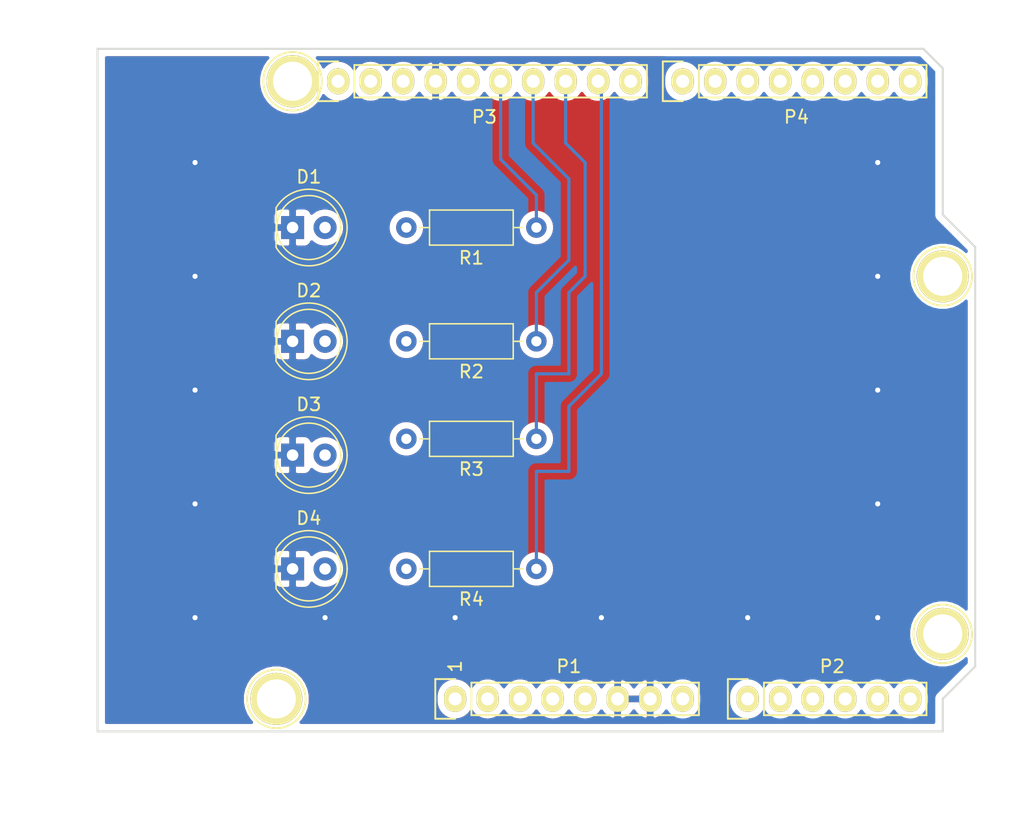
<source format=kicad_pcb>
(kicad_pcb (version 20171130) (host pcbnew "(5.1.8)-1")

  (general
    (thickness 1.6)
    (drawings 27)
    (tracks 35)
    (zones 0)
    (modules 16)
    (nets 37)
  )

  (page A4)
  (title_block
    (date "lun. 30 mars 2015")
  )

  (layers
    (0 F.Cu signal)
    (31 B.Cu signal)
    (32 B.Adhes user)
    (33 F.Adhes user)
    (34 B.Paste user)
    (35 F.Paste user)
    (36 B.SilkS user)
    (37 F.SilkS user)
    (38 B.Mask user)
    (39 F.Mask user)
    (40 Dwgs.User user)
    (41 Cmts.User user)
    (42 Eco1.User user)
    (43 Eco2.User user)
    (44 Edge.Cuts user)
    (45 Margin user)
    (46 B.CrtYd user)
    (47 F.CrtYd user hide)
    (48 B.Fab user)
    (49 F.Fab user)
  )

  (setup
    (last_trace_width 0.25)
    (trace_clearance 0.2)
    (zone_clearance 0.508)
    (zone_45_only no)
    (trace_min 0.2)
    (via_size 0.6)
    (via_drill 0.4)
    (via_min_size 0.4)
    (via_min_drill 0.3)
    (uvia_size 0.3)
    (uvia_drill 0.1)
    (uvias_allowed no)
    (uvia_min_size 0.2)
    (uvia_min_drill 0.1)
    (edge_width 0.15)
    (segment_width 0.15)
    (pcb_text_width 0.3)
    (pcb_text_size 1.5 1.5)
    (mod_edge_width 0.15)
    (mod_text_size 1 1)
    (mod_text_width 0.15)
    (pad_size 4.064 4.064)
    (pad_drill 3.048)
    (pad_to_mask_clearance 0)
    (aux_axis_origin 110.998 126.365)
    (grid_origin 110.998 126.365)
    (visible_elements 7FFFFFFF)
    (pcbplotparams
      (layerselection 0x00030_80000001)
      (usegerberextensions false)
      (usegerberattributes true)
      (usegerberadvancedattributes true)
      (creategerberjobfile true)
      (excludeedgelayer true)
      (linewidth 0.100000)
      (plotframeref false)
      (viasonmask false)
      (mode 1)
      (useauxorigin false)
      (hpglpennumber 1)
      (hpglpenspeed 20)
      (hpglpendiameter 15.000000)
      (psnegative false)
      (psa4output false)
      (plotreference true)
      (plotvalue true)
      (plotinvisibletext false)
      (padsonsilk false)
      (subtractmaskfromsilk false)
      (outputformat 1)
      (mirror false)
      (drillshape 1)
      (scaleselection 1)
      (outputdirectory ""))
  )

  (net 0 "")
  (net 1 /IOREF)
  (net 2 /Reset)
  (net 3 +5V)
  (net 4 GND)
  (net 5 /Vin)
  (net 6 /A0)
  (net 7 /A1)
  (net 8 /A2)
  (net 9 /A3)
  (net 10 /AREF)
  (net 11 "/A4(SDA)")
  (net 12 "/A5(SCL)")
  (net 13 /8)
  (net 14 /7)
  (net 15 "/6(**)")
  (net 16 "/5(**)")
  (net 17 /4)
  (net 18 "/3(**)")
  (net 19 /2)
  (net 20 "/1(Tx)")
  (net 21 "/0(Rx)")
  (net 22 "Net-(P5-Pad1)")
  (net 23 "Net-(P6-Pad1)")
  (net 24 "Net-(P7-Pad1)")
  (net 25 "Net-(P8-Pad1)")
  (net 26 "/13(SCK)")
  (net 27 "Net-(P1-Pad1)")
  (net 28 +3V3)
  (net 29 "Net-(D1-Pad2)")
  (net 30 "Net-(D2-Pad2)")
  (net 31 "Net-(D3-Pad2)")
  (net 32 "Net-(D4-Pad2)")
  (net 33 /LED1)
  (net 34 /LED2)
  (net 35 /LED3)
  (net 36 /LED4)

  (net_class Default "This is the default net class."
    (clearance 0.2)
    (trace_width 0.25)
    (via_dia 0.6)
    (via_drill 0.4)
    (uvia_dia 0.3)
    (uvia_drill 0.1)
    (add_net +3V3)
    (add_net +5V)
    (add_net "/0(Rx)")
    (add_net "/1(Tx)")
    (add_net "/13(SCK)")
    (add_net /2)
    (add_net "/3(**)")
    (add_net /4)
    (add_net "/5(**)")
    (add_net "/6(**)")
    (add_net /7)
    (add_net /8)
    (add_net /A0)
    (add_net /A1)
    (add_net /A2)
    (add_net /A3)
    (add_net "/A4(SDA)")
    (add_net "/A5(SCL)")
    (add_net /AREF)
    (add_net /IOREF)
    (add_net /LED1)
    (add_net /LED2)
    (add_net /LED3)
    (add_net /LED4)
    (add_net /Reset)
    (add_net /Vin)
    (add_net GND)
    (add_net "Net-(D1-Pad2)")
    (add_net "Net-(D2-Pad2)")
    (add_net "Net-(D3-Pad2)")
    (add_net "Net-(D4-Pad2)")
    (add_net "Net-(P1-Pad1)")
    (add_net "Net-(P5-Pad1)")
    (add_net "Net-(P6-Pad1)")
    (add_net "Net-(P7-Pad1)")
    (add_net "Net-(P8-Pad1)")
  )

  (module Socket_Arduino_Uno:Socket_Strip_Arduino_1x08 locked (layer F.Cu) (tedit 552168D2) (tstamp 551AF9EA)
    (at 138.938 123.825)
    (descr "Through hole socket strip")
    (tags "socket strip")
    (path /56D70129)
    (fp_text reference P1 (at 8.89 -2.54) (layer F.SilkS)
      (effects (font (size 1 1) (thickness 0.15)))
    )
    (fp_text value Power (at 8.89 -4.064) (layer F.Fab)
      (effects (font (size 1 1) (thickness 0.15)))
    )
    (fp_line (start -1.55 -1.55) (end -1.55 1.55) (layer F.SilkS) (width 0.15))
    (fp_line (start 0 -1.55) (end -1.55 -1.55) (layer F.SilkS) (width 0.15))
    (fp_line (start 1.27 1.27) (end 1.27 -1.27) (layer F.SilkS) (width 0.15))
    (fp_line (start -1.55 1.55) (end 0 1.55) (layer F.SilkS) (width 0.15))
    (fp_line (start 19.05 -1.27) (end 1.27 -1.27) (layer F.SilkS) (width 0.15))
    (fp_line (start 19.05 1.27) (end 19.05 -1.27) (layer F.SilkS) (width 0.15))
    (fp_line (start 1.27 1.27) (end 19.05 1.27) (layer F.SilkS) (width 0.15))
    (fp_line (start -1.75 1.75) (end 19.55 1.75) (layer F.CrtYd) (width 0.05))
    (fp_line (start -1.75 -1.75) (end 19.55 -1.75) (layer F.CrtYd) (width 0.05))
    (fp_line (start 19.55 -1.75) (end 19.55 1.75) (layer F.CrtYd) (width 0.05))
    (fp_line (start -1.75 -1.75) (end -1.75 1.75) (layer F.CrtYd) (width 0.05))
    (pad 1 thru_hole oval (at 0 0) (size 1.7272 2.032) (drill 1.016) (layers *.Cu *.Mask F.SilkS)
      (net 27 "Net-(P1-Pad1)"))
    (pad 2 thru_hole oval (at 2.54 0) (size 1.7272 2.032) (drill 1.016) (layers *.Cu *.Mask F.SilkS)
      (net 1 /IOREF))
    (pad 3 thru_hole oval (at 5.08 0) (size 1.7272 2.032) (drill 1.016) (layers *.Cu *.Mask F.SilkS)
      (net 2 /Reset))
    (pad 4 thru_hole oval (at 7.62 0) (size 1.7272 2.032) (drill 1.016) (layers *.Cu *.Mask F.SilkS)
      (net 28 +3V3))
    (pad 5 thru_hole oval (at 10.16 0) (size 1.7272 2.032) (drill 1.016) (layers *.Cu *.Mask F.SilkS)
      (net 3 +5V))
    (pad 6 thru_hole oval (at 12.7 0) (size 1.7272 2.032) (drill 1.016) (layers *.Cu *.Mask F.SilkS)
      (net 4 GND))
    (pad 7 thru_hole oval (at 15.24 0) (size 1.7272 2.032) (drill 1.016) (layers *.Cu *.Mask F.SilkS)
      (net 4 GND))
    (pad 8 thru_hole oval (at 17.78 0) (size 1.7272 2.032) (drill 1.016) (layers *.Cu *.Mask F.SilkS)
      (net 5 /Vin))
    (model ${KIPRJMOD}/Socket_Arduino_Uno.3dshapes/Socket_header_Arduino_1x08.wrl
      (offset (xyz 8.889999866485596 0 0))
      (scale (xyz 1 1 1))
      (rotate (xyz 0 0 180))
    )
  )

  (module Socket_Arduino_Uno:Socket_Strip_Arduino_1x06 locked (layer F.Cu) (tedit 552168D6) (tstamp 551AF9FF)
    (at 161.798 123.825)
    (descr "Through hole socket strip")
    (tags "socket strip")
    (path /56D70DD8)
    (fp_text reference P2 (at 6.604 -2.54) (layer F.SilkS)
      (effects (font (size 1 1) (thickness 0.15)))
    )
    (fp_text value Analog (at 6.604 -4.064) (layer F.Fab)
      (effects (font (size 1 1) (thickness 0.15)))
    )
    (fp_line (start -1.55 -1.55) (end -1.55 1.55) (layer F.SilkS) (width 0.15))
    (fp_line (start 0 -1.55) (end -1.55 -1.55) (layer F.SilkS) (width 0.15))
    (fp_line (start 1.27 1.27) (end 1.27 -1.27) (layer F.SilkS) (width 0.15))
    (fp_line (start -1.55 1.55) (end 0 1.55) (layer F.SilkS) (width 0.15))
    (fp_line (start 13.97 -1.27) (end 1.27 -1.27) (layer F.SilkS) (width 0.15))
    (fp_line (start 13.97 1.27) (end 13.97 -1.27) (layer F.SilkS) (width 0.15))
    (fp_line (start 1.27 1.27) (end 13.97 1.27) (layer F.SilkS) (width 0.15))
    (fp_line (start -1.75 1.75) (end 14.45 1.75) (layer F.CrtYd) (width 0.05))
    (fp_line (start -1.75 -1.75) (end 14.45 -1.75) (layer F.CrtYd) (width 0.05))
    (fp_line (start 14.45 -1.75) (end 14.45 1.75) (layer F.CrtYd) (width 0.05))
    (fp_line (start -1.75 -1.75) (end -1.75 1.75) (layer F.CrtYd) (width 0.05))
    (pad 1 thru_hole oval (at 0 0) (size 1.7272 2.032) (drill 1.016) (layers *.Cu *.Mask F.SilkS)
      (net 6 /A0))
    (pad 2 thru_hole oval (at 2.54 0) (size 1.7272 2.032) (drill 1.016) (layers *.Cu *.Mask F.SilkS)
      (net 7 /A1))
    (pad 3 thru_hole oval (at 5.08 0) (size 1.7272 2.032) (drill 1.016) (layers *.Cu *.Mask F.SilkS)
      (net 8 /A2))
    (pad 4 thru_hole oval (at 7.62 0) (size 1.7272 2.032) (drill 1.016) (layers *.Cu *.Mask F.SilkS)
      (net 9 /A3))
    (pad 5 thru_hole oval (at 10.16 0) (size 1.7272 2.032) (drill 1.016) (layers *.Cu *.Mask F.SilkS)
      (net 11 "/A4(SDA)"))
    (pad 6 thru_hole oval (at 12.7 0) (size 1.7272 2.032) (drill 1.016) (layers *.Cu *.Mask F.SilkS)
      (net 12 "/A5(SCL)"))
    (model ${KIPRJMOD}/Socket_Arduino_Uno.3dshapes/Socket_header_Arduino_1x06.wrl
      (offset (xyz 6.349999904632568 0 0))
      (scale (xyz 1 1 1))
      (rotate (xyz 0 0 180))
    )
  )

  (module Socket_Arduino_Uno:Socket_Strip_Arduino_1x10 locked (layer F.Cu) (tedit 552168BF) (tstamp 551AFA18)
    (at 129.794 75.565)
    (descr "Through hole socket strip")
    (tags "socket strip")
    (path /56D721E0)
    (fp_text reference P3 (at 11.43 2.794) (layer F.SilkS)
      (effects (font (size 1 1) (thickness 0.15)))
    )
    (fp_text value Digital (at 11.43 4.318) (layer F.Fab)
      (effects (font (size 1 1) (thickness 0.15)))
    )
    (fp_line (start -1.55 -1.55) (end -1.55 1.55) (layer F.SilkS) (width 0.15))
    (fp_line (start 0 -1.55) (end -1.55 -1.55) (layer F.SilkS) (width 0.15))
    (fp_line (start 1.27 1.27) (end 1.27 -1.27) (layer F.SilkS) (width 0.15))
    (fp_line (start -1.55 1.55) (end 0 1.55) (layer F.SilkS) (width 0.15))
    (fp_line (start 24.13 -1.27) (end 1.27 -1.27) (layer F.SilkS) (width 0.15))
    (fp_line (start 24.13 1.27) (end 24.13 -1.27) (layer F.SilkS) (width 0.15))
    (fp_line (start 1.27 1.27) (end 24.13 1.27) (layer F.SilkS) (width 0.15))
    (fp_line (start -1.75 1.75) (end 24.65 1.75) (layer F.CrtYd) (width 0.05))
    (fp_line (start -1.75 -1.75) (end 24.65 -1.75) (layer F.CrtYd) (width 0.05))
    (fp_line (start 24.65 -1.75) (end 24.65 1.75) (layer F.CrtYd) (width 0.05))
    (fp_line (start -1.75 -1.75) (end -1.75 1.75) (layer F.CrtYd) (width 0.05))
    (pad 1 thru_hole oval (at 0 0) (size 1.7272 2.032) (drill 1.016) (layers *.Cu *.Mask F.SilkS)
      (net 12 "/A5(SCL)"))
    (pad 2 thru_hole oval (at 2.54 0) (size 1.7272 2.032) (drill 1.016) (layers *.Cu *.Mask F.SilkS)
      (net 11 "/A4(SDA)"))
    (pad 3 thru_hole oval (at 5.08 0) (size 1.7272 2.032) (drill 1.016) (layers *.Cu *.Mask F.SilkS)
      (net 10 /AREF))
    (pad 4 thru_hole oval (at 7.62 0) (size 1.7272 2.032) (drill 1.016) (layers *.Cu *.Mask F.SilkS)
      (net 4 GND))
    (pad 5 thru_hole oval (at 10.16 0) (size 1.7272 2.032) (drill 1.016) (layers *.Cu *.Mask F.SilkS)
      (net 26 "/13(SCK)"))
    (pad 6 thru_hole oval (at 12.7 0) (size 1.7272 2.032) (drill 1.016) (layers *.Cu *.Mask F.SilkS)
      (net 33 /LED1))
    (pad 7 thru_hole oval (at 15.24 0) (size 1.7272 2.032) (drill 1.016) (layers *.Cu *.Mask F.SilkS)
      (net 34 /LED2))
    (pad 8 thru_hole oval (at 17.78 0) (size 1.7272 2.032) (drill 1.016) (layers *.Cu *.Mask F.SilkS)
      (net 35 /LED3))
    (pad 9 thru_hole oval (at 20.32 0) (size 1.7272 2.032) (drill 1.016) (layers *.Cu *.Mask F.SilkS)
      (net 36 /LED4))
    (pad 10 thru_hole oval (at 22.86 0) (size 1.7272 2.032) (drill 1.016) (layers *.Cu *.Mask F.SilkS)
      (net 13 /8))
    (model ${KIPRJMOD}/Socket_Arduino_Uno.3dshapes/Socket_header_Arduino_1x10.wrl
      (offset (xyz 11.42999982833862 0 0))
      (scale (xyz 1 1 1))
      (rotate (xyz 0 0 180))
    )
  )

  (module Socket_Arduino_Uno:Socket_Strip_Arduino_1x08 locked (layer F.Cu) (tedit 552168C7) (tstamp 551AFA2F)
    (at 156.718 75.565)
    (descr "Through hole socket strip")
    (tags "socket strip")
    (path /56D7164F)
    (fp_text reference P4 (at 8.89 2.794) (layer F.SilkS)
      (effects (font (size 1 1) (thickness 0.15)))
    )
    (fp_text value Digital (at 8.89 4.318) (layer F.Fab)
      (effects (font (size 1 1) (thickness 0.15)))
    )
    (fp_line (start -1.55 -1.55) (end -1.55 1.55) (layer F.SilkS) (width 0.15))
    (fp_line (start 0 -1.55) (end -1.55 -1.55) (layer F.SilkS) (width 0.15))
    (fp_line (start 1.27 1.27) (end 1.27 -1.27) (layer F.SilkS) (width 0.15))
    (fp_line (start -1.55 1.55) (end 0 1.55) (layer F.SilkS) (width 0.15))
    (fp_line (start 19.05 -1.27) (end 1.27 -1.27) (layer F.SilkS) (width 0.15))
    (fp_line (start 19.05 1.27) (end 19.05 -1.27) (layer F.SilkS) (width 0.15))
    (fp_line (start 1.27 1.27) (end 19.05 1.27) (layer F.SilkS) (width 0.15))
    (fp_line (start -1.75 1.75) (end 19.55 1.75) (layer F.CrtYd) (width 0.05))
    (fp_line (start -1.75 -1.75) (end 19.55 -1.75) (layer F.CrtYd) (width 0.05))
    (fp_line (start 19.55 -1.75) (end 19.55 1.75) (layer F.CrtYd) (width 0.05))
    (fp_line (start -1.75 -1.75) (end -1.75 1.75) (layer F.CrtYd) (width 0.05))
    (pad 1 thru_hole oval (at 0 0) (size 1.7272 2.032) (drill 1.016) (layers *.Cu *.Mask F.SilkS)
      (net 14 /7))
    (pad 2 thru_hole oval (at 2.54 0) (size 1.7272 2.032) (drill 1.016) (layers *.Cu *.Mask F.SilkS)
      (net 15 "/6(**)"))
    (pad 3 thru_hole oval (at 5.08 0) (size 1.7272 2.032) (drill 1.016) (layers *.Cu *.Mask F.SilkS)
      (net 16 "/5(**)"))
    (pad 4 thru_hole oval (at 7.62 0) (size 1.7272 2.032) (drill 1.016) (layers *.Cu *.Mask F.SilkS)
      (net 17 /4))
    (pad 5 thru_hole oval (at 10.16 0) (size 1.7272 2.032) (drill 1.016) (layers *.Cu *.Mask F.SilkS)
      (net 18 "/3(**)"))
    (pad 6 thru_hole oval (at 12.7 0) (size 1.7272 2.032) (drill 1.016) (layers *.Cu *.Mask F.SilkS)
      (net 19 /2))
    (pad 7 thru_hole oval (at 15.24 0) (size 1.7272 2.032) (drill 1.016) (layers *.Cu *.Mask F.SilkS)
      (net 20 "/1(Tx)"))
    (pad 8 thru_hole oval (at 17.78 0) (size 1.7272 2.032) (drill 1.016) (layers *.Cu *.Mask F.SilkS)
      (net 21 "/0(Rx)"))
    (model ${KIPRJMOD}/Socket_Arduino_Uno.3dshapes/Socket_header_Arduino_1x08.wrl
      (offset (xyz 8.889999866485596 0 0))
      (scale (xyz 1 1 1))
      (rotate (xyz 0 0 180))
    )
  )

  (module Socket_Arduino_Uno:Arduino_1pin locked (layer F.Cu) (tedit 5524FC39) (tstamp 5524FC3F)
    (at 124.968 123.825)
    (descr "module 1 pin (ou trou mecanique de percage)")
    (tags DEV)
    (path /56D71177)
    (fp_text reference P5 (at 0 -3.048) (layer F.SilkS) hide
      (effects (font (size 1 1) (thickness 0.15)))
    )
    (fp_text value CONN_01X01 (at 0 2.794) (layer F.Fab) hide
      (effects (font (size 1 1) (thickness 0.15)))
    )
    (fp_circle (center 0 0) (end 0 -2.286) (layer F.SilkS) (width 0.15))
    (pad 1 thru_hole circle (at 0 0) (size 4.064 4.064) (drill 3.048) (layers *.Cu *.Mask F.SilkS)
      (net 22 "Net-(P5-Pad1)"))
  )

  (module Socket_Arduino_Uno:Arduino_1pin locked (layer F.Cu) (tedit 5524FC4A) (tstamp 5524FC44)
    (at 177.038 118.745)
    (descr "module 1 pin (ou trou mecanique de percage)")
    (tags DEV)
    (path /56D71274)
    (fp_text reference P6 (at 0 -3.048) (layer F.SilkS) hide
      (effects (font (size 1 1) (thickness 0.15)))
    )
    (fp_text value CONN_01X01 (at 0 2.794) (layer F.Fab) hide
      (effects (font (size 1 1) (thickness 0.15)))
    )
    (fp_circle (center 0 0) (end 0 -2.286) (layer F.SilkS) (width 0.15))
    (pad 1 thru_hole circle (at 0 0) (size 4.064 4.064) (drill 3.048) (layers *.Cu *.Mask F.SilkS)
      (net 23 "Net-(P6-Pad1)"))
  )

  (module Socket_Arduino_Uno:Arduino_1pin locked (layer F.Cu) (tedit 5524FC2F) (tstamp 5524FC49)
    (at 126.238 75.565)
    (descr "module 1 pin (ou trou mecanique de percage)")
    (tags DEV)
    (path /56D712A8)
    (fp_text reference P7 (at 0 -3.048) (layer F.SilkS) hide
      (effects (font (size 1 1) (thickness 0.15)))
    )
    (fp_text value CONN_01X01 (at 0 2.794) (layer F.Fab) hide
      (effects (font (size 1 1) (thickness 0.15)))
    )
    (fp_circle (center 0 0) (end 0 -2.286) (layer F.SilkS) (width 0.15))
    (pad 1 thru_hole circle (at 0 0) (size 4.064 4.064) (drill 3.048) (layers *.Cu *.Mask F.SilkS)
      (net 24 "Net-(P7-Pad1)"))
  )

  (module Socket_Arduino_Uno:Arduino_1pin locked (layer F.Cu) (tedit 5524FC41) (tstamp 5524FC4E)
    (at 177.038 90.805)
    (descr "module 1 pin (ou trou mecanique de percage)")
    (tags DEV)
    (path /56D712DB)
    (fp_text reference P8 (at 0 -3.048) (layer F.SilkS) hide
      (effects (font (size 1 1) (thickness 0.15)))
    )
    (fp_text value CONN_01X01 (at 0 2.794) (layer F.Fab) hide
      (effects (font (size 1 1) (thickness 0.15)))
    )
    (fp_circle (center 0 0) (end 0 -2.286) (layer F.SilkS) (width 0.15))
    (pad 1 thru_hole circle (at 0 0) (size 4.064 4.064) (drill 3.048) (layers *.Cu *.Mask F.SilkS)
      (net 25 "Net-(P8-Pad1)"))
  )

  (module LED_THT:LED_D5.0mm (layer F.Cu) (tedit 5995936A) (tstamp 5FCA40D1)
    (at 126.238 86.995)
    (descr "LED, diameter 5.0mm, 2 pins, http://cdn-reichelt.de/documents/datenblatt/A500/LL-504BC2E-009.pdf")
    (tags "LED diameter 5.0mm 2 pins")
    (path /5FCA8D07)
    (fp_text reference D1 (at 1.27 -3.96) (layer F.SilkS)
      (effects (font (size 1 1) (thickness 0.15)))
    )
    (fp_text value LED (at 1.27 3.96) (layer F.Fab)
      (effects (font (size 1 1) (thickness 0.15)))
    )
    (fp_line (start 4.5 -3.25) (end -1.95 -3.25) (layer F.CrtYd) (width 0.05))
    (fp_line (start 4.5 3.25) (end 4.5 -3.25) (layer F.CrtYd) (width 0.05))
    (fp_line (start -1.95 3.25) (end 4.5 3.25) (layer F.CrtYd) (width 0.05))
    (fp_line (start -1.95 -3.25) (end -1.95 3.25) (layer F.CrtYd) (width 0.05))
    (fp_line (start -1.29 -1.545) (end -1.29 1.545) (layer F.SilkS) (width 0.12))
    (fp_line (start -1.23 -1.469694) (end -1.23 1.469694) (layer F.Fab) (width 0.1))
    (fp_circle (center 1.27 0) (end 3.77 0) (layer F.SilkS) (width 0.12))
    (fp_circle (center 1.27 0) (end 3.77 0) (layer F.Fab) (width 0.1))
    (fp_arc (start 1.27 0) (end -1.23 -1.469694) (angle 299.1) (layer F.Fab) (width 0.1))
    (fp_arc (start 1.27 0) (end -1.29 -1.54483) (angle 148.9) (layer F.SilkS) (width 0.12))
    (fp_arc (start 1.27 0) (end -1.29 1.54483) (angle -148.9) (layer F.SilkS) (width 0.12))
    (fp_text user %R (at 1.25 0) (layer F.Fab)
      (effects (font (size 0.8 0.8) (thickness 0.2)))
    )
    (pad 1 thru_hole rect (at 0 0) (size 1.8 1.8) (drill 0.9) (layers *.Cu *.Mask)
      (net 4 GND))
    (pad 2 thru_hole circle (at 2.54 0) (size 1.8 1.8) (drill 0.9) (layers *.Cu *.Mask)
      (net 29 "Net-(D1-Pad2)"))
    (model ${KISYS3DMOD}/LED_THT.3dshapes/LED_D5.0mm.wrl
      (at (xyz 0 0 0))
      (scale (xyz 1 1 1))
      (rotate (xyz 0 0 0))
    )
  )

  (module LED_THT:LED_D5.0mm (layer F.Cu) (tedit 5995936A) (tstamp 5FCA40E3)
    (at 126.238 95.885)
    (descr "LED, diameter 5.0mm, 2 pins, http://cdn-reichelt.de/documents/datenblatt/A500/LL-504BC2E-009.pdf")
    (tags "LED diameter 5.0mm 2 pins")
    (path /5FCAE20D)
    (fp_text reference D2 (at 1.27 -3.96) (layer F.SilkS)
      (effects (font (size 1 1) (thickness 0.15)))
    )
    (fp_text value LED (at 1.27 3.96) (layer F.Fab)
      (effects (font (size 1 1) (thickness 0.15)))
    )
    (fp_text user %R (at 1.25 0) (layer F.Fab)
      (effects (font (size 0.8 0.8) (thickness 0.2)))
    )
    (fp_arc (start 1.27 0) (end -1.29 1.54483) (angle -148.9) (layer F.SilkS) (width 0.12))
    (fp_arc (start 1.27 0) (end -1.29 -1.54483) (angle 148.9) (layer F.SilkS) (width 0.12))
    (fp_arc (start 1.27 0) (end -1.23 -1.469694) (angle 299.1) (layer F.Fab) (width 0.1))
    (fp_circle (center 1.27 0) (end 3.77 0) (layer F.Fab) (width 0.1))
    (fp_circle (center 1.27 0) (end 3.77 0) (layer F.SilkS) (width 0.12))
    (fp_line (start -1.23 -1.469694) (end -1.23 1.469694) (layer F.Fab) (width 0.1))
    (fp_line (start -1.29 -1.545) (end -1.29 1.545) (layer F.SilkS) (width 0.12))
    (fp_line (start -1.95 -3.25) (end -1.95 3.25) (layer F.CrtYd) (width 0.05))
    (fp_line (start -1.95 3.25) (end 4.5 3.25) (layer F.CrtYd) (width 0.05))
    (fp_line (start 4.5 3.25) (end 4.5 -3.25) (layer F.CrtYd) (width 0.05))
    (fp_line (start 4.5 -3.25) (end -1.95 -3.25) (layer F.CrtYd) (width 0.05))
    (pad 2 thru_hole circle (at 2.54 0) (size 1.8 1.8) (drill 0.9) (layers *.Cu *.Mask)
      (net 30 "Net-(D2-Pad2)"))
    (pad 1 thru_hole rect (at 0 0) (size 1.8 1.8) (drill 0.9) (layers *.Cu *.Mask)
      (net 4 GND))
    (model ${KISYS3DMOD}/LED_THT.3dshapes/LED_D5.0mm.wrl
      (at (xyz 0 0 0))
      (scale (xyz 1 1 1))
      (rotate (xyz 0 0 0))
    )
  )

  (module LED_THT:LED_D5.0mm (layer F.Cu) (tedit 5995936A) (tstamp 5FCA40F5)
    (at 126.238 104.775)
    (descr "LED, diameter 5.0mm, 2 pins, http://cdn-reichelt.de/documents/datenblatt/A500/LL-504BC2E-009.pdf")
    (tags "LED diameter 5.0mm 2 pins")
    (path /5FCAEDEB)
    (fp_text reference D3 (at 1.27 -3.96) (layer F.SilkS)
      (effects (font (size 1 1) (thickness 0.15)))
    )
    (fp_text value LED (at 1.27 3.96) (layer F.Fab)
      (effects (font (size 1 1) (thickness 0.15)))
    )
    (fp_line (start 4.5 -3.25) (end -1.95 -3.25) (layer F.CrtYd) (width 0.05))
    (fp_line (start 4.5 3.25) (end 4.5 -3.25) (layer F.CrtYd) (width 0.05))
    (fp_line (start -1.95 3.25) (end 4.5 3.25) (layer F.CrtYd) (width 0.05))
    (fp_line (start -1.95 -3.25) (end -1.95 3.25) (layer F.CrtYd) (width 0.05))
    (fp_line (start -1.29 -1.545) (end -1.29 1.545) (layer F.SilkS) (width 0.12))
    (fp_line (start -1.23 -1.469694) (end -1.23 1.469694) (layer F.Fab) (width 0.1))
    (fp_circle (center 1.27 0) (end 3.77 0) (layer F.SilkS) (width 0.12))
    (fp_circle (center 1.27 0) (end 3.77 0) (layer F.Fab) (width 0.1))
    (fp_arc (start 1.27 0) (end -1.23 -1.469694) (angle 299.1) (layer F.Fab) (width 0.1))
    (fp_arc (start 1.27 0) (end -1.29 -1.54483) (angle 148.9) (layer F.SilkS) (width 0.12))
    (fp_arc (start 1.27 0) (end -1.29 1.54483) (angle -148.9) (layer F.SilkS) (width 0.12))
    (fp_text user %R (at 1.25 0) (layer F.Fab)
      (effects (font (size 0.8 0.8) (thickness 0.2)))
    )
    (pad 1 thru_hole rect (at 0 0) (size 1.8 1.8) (drill 0.9) (layers *.Cu *.Mask)
      (net 4 GND))
    (pad 2 thru_hole circle (at 2.54 0) (size 1.8 1.8) (drill 0.9) (layers *.Cu *.Mask)
      (net 31 "Net-(D3-Pad2)"))
    (model ${KISYS3DMOD}/LED_THT.3dshapes/LED_D5.0mm.wrl
      (at (xyz 0 0 0))
      (scale (xyz 1 1 1))
      (rotate (xyz 0 0 0))
    )
  )

  (module LED_THT:LED_D5.0mm (layer F.Cu) (tedit 5995936A) (tstamp 5FCA4107)
    (at 126.238 113.665)
    (descr "LED, diameter 5.0mm, 2 pins, http://cdn-reichelt.de/documents/datenblatt/A500/LL-504BC2E-009.pdf")
    (tags "LED diameter 5.0mm 2 pins")
    (path /5FCAFD1F)
    (fp_text reference D4 (at 1.27 -3.96) (layer F.SilkS)
      (effects (font (size 1 1) (thickness 0.15)))
    )
    (fp_text value LED (at 1.27 3.96) (layer F.Fab)
      (effects (font (size 1 1) (thickness 0.15)))
    )
    (fp_text user %R (at 1.25 0) (layer F.Fab)
      (effects (font (size 0.8 0.8) (thickness 0.2)))
    )
    (fp_arc (start 1.27 0) (end -1.29 1.54483) (angle -148.9) (layer F.SilkS) (width 0.12))
    (fp_arc (start 1.27 0) (end -1.29 -1.54483) (angle 148.9) (layer F.SilkS) (width 0.12))
    (fp_arc (start 1.27 0) (end -1.23 -1.469694) (angle 299.1) (layer F.Fab) (width 0.1))
    (fp_circle (center 1.27 0) (end 3.77 0) (layer F.Fab) (width 0.1))
    (fp_circle (center 1.27 0) (end 3.77 0) (layer F.SilkS) (width 0.12))
    (fp_line (start -1.23 -1.469694) (end -1.23 1.469694) (layer F.Fab) (width 0.1))
    (fp_line (start -1.29 -1.545) (end -1.29 1.545) (layer F.SilkS) (width 0.12))
    (fp_line (start -1.95 -3.25) (end -1.95 3.25) (layer F.CrtYd) (width 0.05))
    (fp_line (start -1.95 3.25) (end 4.5 3.25) (layer F.CrtYd) (width 0.05))
    (fp_line (start 4.5 3.25) (end 4.5 -3.25) (layer F.CrtYd) (width 0.05))
    (fp_line (start 4.5 -3.25) (end -1.95 -3.25) (layer F.CrtYd) (width 0.05))
    (pad 2 thru_hole circle (at 2.54 0) (size 1.8 1.8) (drill 0.9) (layers *.Cu *.Mask)
      (net 32 "Net-(D4-Pad2)"))
    (pad 1 thru_hole rect (at 0 0) (size 1.8 1.8) (drill 0.9) (layers *.Cu *.Mask)
      (net 4 GND))
    (model ${KISYS3DMOD}/LED_THT.3dshapes/LED_D5.0mm.wrl
      (at (xyz 0 0 0))
      (scale (xyz 1 1 1))
      (rotate (xyz 0 0 0))
    )
  )

  (module Resistor_THT:R_Axial_DIN0207_L6.3mm_D2.5mm_P10.16mm_Horizontal (layer F.Cu) (tedit 5AE5139B) (tstamp 5FCA411E)
    (at 145.288 86.995 180)
    (descr "Resistor, Axial_DIN0207 series, Axial, Horizontal, pin pitch=10.16mm, 0.25W = 1/4W, length*diameter=6.3*2.5mm^2, http://cdn-reichelt.de/documents/datenblatt/B400/1_4W%23YAG.pdf")
    (tags "Resistor Axial_DIN0207 series Axial Horizontal pin pitch 10.16mm 0.25W = 1/4W length 6.3mm diameter 2.5mm")
    (path /5FCA5F71)
    (fp_text reference R1 (at 5.08 -2.37) (layer F.SilkS)
      (effects (font (size 1 1) (thickness 0.15)))
    )
    (fp_text value 470 (at 5.08 2.37) (layer F.Fab)
      (effects (font (size 1 1) (thickness 0.15)))
    )
    (fp_line (start 11.21 -1.5) (end -1.05 -1.5) (layer F.CrtYd) (width 0.05))
    (fp_line (start 11.21 1.5) (end 11.21 -1.5) (layer F.CrtYd) (width 0.05))
    (fp_line (start -1.05 1.5) (end 11.21 1.5) (layer F.CrtYd) (width 0.05))
    (fp_line (start -1.05 -1.5) (end -1.05 1.5) (layer F.CrtYd) (width 0.05))
    (fp_line (start 9.12 0) (end 8.35 0) (layer F.SilkS) (width 0.12))
    (fp_line (start 1.04 0) (end 1.81 0) (layer F.SilkS) (width 0.12))
    (fp_line (start 8.35 -1.37) (end 1.81 -1.37) (layer F.SilkS) (width 0.12))
    (fp_line (start 8.35 1.37) (end 8.35 -1.37) (layer F.SilkS) (width 0.12))
    (fp_line (start 1.81 1.37) (end 8.35 1.37) (layer F.SilkS) (width 0.12))
    (fp_line (start 1.81 -1.37) (end 1.81 1.37) (layer F.SilkS) (width 0.12))
    (fp_line (start 10.16 0) (end 8.23 0) (layer F.Fab) (width 0.1))
    (fp_line (start 0 0) (end 1.93 0) (layer F.Fab) (width 0.1))
    (fp_line (start 8.23 -1.25) (end 1.93 -1.25) (layer F.Fab) (width 0.1))
    (fp_line (start 8.23 1.25) (end 8.23 -1.25) (layer F.Fab) (width 0.1))
    (fp_line (start 1.93 1.25) (end 8.23 1.25) (layer F.Fab) (width 0.1))
    (fp_line (start 1.93 -1.25) (end 1.93 1.25) (layer F.Fab) (width 0.1))
    (fp_text user %R (at 5.08 0) (layer F.Fab)
      (effects (font (size 1 1) (thickness 0.15)))
    )
    (pad 1 thru_hole circle (at 0 0 180) (size 1.6 1.6) (drill 0.8) (layers *.Cu *.Mask)
      (net 33 /LED1))
    (pad 2 thru_hole oval (at 10.16 0 180) (size 1.6 1.6) (drill 0.8) (layers *.Cu *.Mask)
      (net 29 "Net-(D1-Pad2)"))
    (model ${KISYS3DMOD}/Resistor_THT.3dshapes/R_Axial_DIN0207_L6.3mm_D2.5mm_P10.16mm_Horizontal.wrl
      (at (xyz 0 0 0))
      (scale (xyz 1 1 1))
      (rotate (xyz 0 0 0))
    )
  )

  (module Resistor_THT:R_Axial_DIN0207_L6.3mm_D2.5mm_P10.16mm_Horizontal (layer F.Cu) (tedit 5AE5139B) (tstamp 5FCA4135)
    (at 145.288 95.885 180)
    (descr "Resistor, Axial_DIN0207 series, Axial, Horizontal, pin pitch=10.16mm, 0.25W = 1/4W, length*diameter=6.3*2.5mm^2, http://cdn-reichelt.de/documents/datenblatt/B400/1_4W%23YAG.pdf")
    (tags "Resistor Axial_DIN0207 series Axial Horizontal pin pitch 10.16mm 0.25W = 1/4W length 6.3mm diameter 2.5mm")
    (path /5FCAE207)
    (fp_text reference R2 (at 5.08 -2.37) (layer F.SilkS)
      (effects (font (size 1 1) (thickness 0.15)))
    )
    (fp_text value 470 (at 5.08 2.37) (layer F.Fab)
      (effects (font (size 1 1) (thickness 0.15)))
    )
    (fp_text user %R (at 5.08 0) (layer F.Fab)
      (effects (font (size 1 1) (thickness 0.15)))
    )
    (fp_line (start 1.93 -1.25) (end 1.93 1.25) (layer F.Fab) (width 0.1))
    (fp_line (start 1.93 1.25) (end 8.23 1.25) (layer F.Fab) (width 0.1))
    (fp_line (start 8.23 1.25) (end 8.23 -1.25) (layer F.Fab) (width 0.1))
    (fp_line (start 8.23 -1.25) (end 1.93 -1.25) (layer F.Fab) (width 0.1))
    (fp_line (start 0 0) (end 1.93 0) (layer F.Fab) (width 0.1))
    (fp_line (start 10.16 0) (end 8.23 0) (layer F.Fab) (width 0.1))
    (fp_line (start 1.81 -1.37) (end 1.81 1.37) (layer F.SilkS) (width 0.12))
    (fp_line (start 1.81 1.37) (end 8.35 1.37) (layer F.SilkS) (width 0.12))
    (fp_line (start 8.35 1.37) (end 8.35 -1.37) (layer F.SilkS) (width 0.12))
    (fp_line (start 8.35 -1.37) (end 1.81 -1.37) (layer F.SilkS) (width 0.12))
    (fp_line (start 1.04 0) (end 1.81 0) (layer F.SilkS) (width 0.12))
    (fp_line (start 9.12 0) (end 8.35 0) (layer F.SilkS) (width 0.12))
    (fp_line (start -1.05 -1.5) (end -1.05 1.5) (layer F.CrtYd) (width 0.05))
    (fp_line (start -1.05 1.5) (end 11.21 1.5) (layer F.CrtYd) (width 0.05))
    (fp_line (start 11.21 1.5) (end 11.21 -1.5) (layer F.CrtYd) (width 0.05))
    (fp_line (start 11.21 -1.5) (end -1.05 -1.5) (layer F.CrtYd) (width 0.05))
    (pad 2 thru_hole oval (at 10.16 0 180) (size 1.6 1.6) (drill 0.8) (layers *.Cu *.Mask)
      (net 30 "Net-(D2-Pad2)"))
    (pad 1 thru_hole circle (at 0 0 180) (size 1.6 1.6) (drill 0.8) (layers *.Cu *.Mask)
      (net 34 /LED2))
    (model ${KISYS3DMOD}/Resistor_THT.3dshapes/R_Axial_DIN0207_L6.3mm_D2.5mm_P10.16mm_Horizontal.wrl
      (at (xyz 0 0 0))
      (scale (xyz 1 1 1))
      (rotate (xyz 0 0 0))
    )
  )

  (module Resistor_THT:R_Axial_DIN0207_L6.3mm_D2.5mm_P10.16mm_Horizontal (layer F.Cu) (tedit 5AE5139B) (tstamp 5FCA414C)
    (at 145.288 103.505 180)
    (descr "Resistor, Axial_DIN0207 series, Axial, Horizontal, pin pitch=10.16mm, 0.25W = 1/4W, length*diameter=6.3*2.5mm^2, http://cdn-reichelt.de/documents/datenblatt/B400/1_4W%23YAG.pdf")
    (tags "Resistor Axial_DIN0207 series Axial Horizontal pin pitch 10.16mm 0.25W = 1/4W length 6.3mm diameter 2.5mm")
    (path /5FCAEDE5)
    (fp_text reference R3 (at 5.08 -2.37) (layer F.SilkS)
      (effects (font (size 1 1) (thickness 0.15)))
    )
    (fp_text value 470 (at 5.08 2.37) (layer F.Fab)
      (effects (font (size 1 1) (thickness 0.15)))
    )
    (fp_line (start 11.21 -1.5) (end -1.05 -1.5) (layer F.CrtYd) (width 0.05))
    (fp_line (start 11.21 1.5) (end 11.21 -1.5) (layer F.CrtYd) (width 0.05))
    (fp_line (start -1.05 1.5) (end 11.21 1.5) (layer F.CrtYd) (width 0.05))
    (fp_line (start -1.05 -1.5) (end -1.05 1.5) (layer F.CrtYd) (width 0.05))
    (fp_line (start 9.12 0) (end 8.35 0) (layer F.SilkS) (width 0.12))
    (fp_line (start 1.04 0) (end 1.81 0) (layer F.SilkS) (width 0.12))
    (fp_line (start 8.35 -1.37) (end 1.81 -1.37) (layer F.SilkS) (width 0.12))
    (fp_line (start 8.35 1.37) (end 8.35 -1.37) (layer F.SilkS) (width 0.12))
    (fp_line (start 1.81 1.37) (end 8.35 1.37) (layer F.SilkS) (width 0.12))
    (fp_line (start 1.81 -1.37) (end 1.81 1.37) (layer F.SilkS) (width 0.12))
    (fp_line (start 10.16 0) (end 8.23 0) (layer F.Fab) (width 0.1))
    (fp_line (start 0 0) (end 1.93 0) (layer F.Fab) (width 0.1))
    (fp_line (start 8.23 -1.25) (end 1.93 -1.25) (layer F.Fab) (width 0.1))
    (fp_line (start 8.23 1.25) (end 8.23 -1.25) (layer F.Fab) (width 0.1))
    (fp_line (start 1.93 1.25) (end 8.23 1.25) (layer F.Fab) (width 0.1))
    (fp_line (start 1.93 -1.25) (end 1.93 1.25) (layer F.Fab) (width 0.1))
    (fp_text user %R (at 5.08 0) (layer F.Fab)
      (effects (font (size 1 1) (thickness 0.15)))
    )
    (pad 1 thru_hole circle (at 0 0 180) (size 1.6 1.6) (drill 0.8) (layers *.Cu *.Mask)
      (net 35 /LED3))
    (pad 2 thru_hole oval (at 10.16 0 180) (size 1.6 1.6) (drill 0.8) (layers *.Cu *.Mask)
      (net 31 "Net-(D3-Pad2)"))
    (model ${KISYS3DMOD}/Resistor_THT.3dshapes/R_Axial_DIN0207_L6.3mm_D2.5mm_P10.16mm_Horizontal.wrl
      (at (xyz 0 0 0))
      (scale (xyz 1 1 1))
      (rotate (xyz 0 0 0))
    )
  )

  (module Resistor_THT:R_Axial_DIN0207_L6.3mm_D2.5mm_P10.16mm_Horizontal (layer F.Cu) (tedit 5AE5139B) (tstamp 5FCA4163)
    (at 145.288 113.665 180)
    (descr "Resistor, Axial_DIN0207 series, Axial, Horizontal, pin pitch=10.16mm, 0.25W = 1/4W, length*diameter=6.3*2.5mm^2, http://cdn-reichelt.de/documents/datenblatt/B400/1_4W%23YAG.pdf")
    (tags "Resistor Axial_DIN0207 series Axial Horizontal pin pitch 10.16mm 0.25W = 1/4W length 6.3mm diameter 2.5mm")
    (path /5FCAFD19)
    (fp_text reference R4 (at 5.08 -2.37) (layer F.SilkS)
      (effects (font (size 1 1) (thickness 0.15)))
    )
    (fp_text value 470 (at 5.08 2.37) (layer F.Fab)
      (effects (font (size 1 1) (thickness 0.15)))
    )
    (fp_text user %R (at 5.08 0) (layer F.Fab)
      (effects (font (size 1 1) (thickness 0.15)))
    )
    (fp_line (start 1.93 -1.25) (end 1.93 1.25) (layer F.Fab) (width 0.1))
    (fp_line (start 1.93 1.25) (end 8.23 1.25) (layer F.Fab) (width 0.1))
    (fp_line (start 8.23 1.25) (end 8.23 -1.25) (layer F.Fab) (width 0.1))
    (fp_line (start 8.23 -1.25) (end 1.93 -1.25) (layer F.Fab) (width 0.1))
    (fp_line (start 0 0) (end 1.93 0) (layer F.Fab) (width 0.1))
    (fp_line (start 10.16 0) (end 8.23 0) (layer F.Fab) (width 0.1))
    (fp_line (start 1.81 -1.37) (end 1.81 1.37) (layer F.SilkS) (width 0.12))
    (fp_line (start 1.81 1.37) (end 8.35 1.37) (layer F.SilkS) (width 0.12))
    (fp_line (start 8.35 1.37) (end 8.35 -1.37) (layer F.SilkS) (width 0.12))
    (fp_line (start 8.35 -1.37) (end 1.81 -1.37) (layer F.SilkS) (width 0.12))
    (fp_line (start 1.04 0) (end 1.81 0) (layer F.SilkS) (width 0.12))
    (fp_line (start 9.12 0) (end 8.35 0) (layer F.SilkS) (width 0.12))
    (fp_line (start -1.05 -1.5) (end -1.05 1.5) (layer F.CrtYd) (width 0.05))
    (fp_line (start -1.05 1.5) (end 11.21 1.5) (layer F.CrtYd) (width 0.05))
    (fp_line (start 11.21 1.5) (end 11.21 -1.5) (layer F.CrtYd) (width 0.05))
    (fp_line (start 11.21 -1.5) (end -1.05 -1.5) (layer F.CrtYd) (width 0.05))
    (pad 2 thru_hole oval (at 10.16 0 180) (size 1.6 1.6) (drill 0.8) (layers *.Cu *.Mask)
      (net 32 "Net-(D4-Pad2)"))
    (pad 1 thru_hole circle (at 0 0 180) (size 1.6 1.6) (drill 0.8) (layers *.Cu *.Mask)
      (net 36 /LED4))
    (model ${KISYS3DMOD}/Resistor_THT.3dshapes/R_Axial_DIN0207_L6.3mm_D2.5mm_P10.16mm_Horizontal.wrl
      (at (xyz 0 0 0))
      (scale (xyz 1 1 1))
      (rotate (xyz 0 0 0))
    )
  )

  (gr_text 1 (at 138.938 121.285 90) (layer F.SilkS)
    (effects (font (size 1 1) (thickness 0.15)))
  )
  (gr_circle (center 117.348 76.962) (end 118.618 76.962) (layer Dwgs.User) (width 0.15))
  (gr_line (start 114.427 78.994) (end 114.427 74.93) (angle 90) (layer Dwgs.User) (width 0.15))
  (gr_line (start 120.269 78.994) (end 114.427 78.994) (angle 90) (layer Dwgs.User) (width 0.15))
  (gr_line (start 120.269 74.93) (end 120.269 78.994) (angle 90) (layer Dwgs.User) (width 0.15))
  (gr_line (start 114.427 74.93) (end 120.269 74.93) (angle 90) (layer Dwgs.User) (width 0.15))
  (gr_line (start 120.523 93.98) (end 104.648 93.98) (angle 90) (layer Dwgs.User) (width 0.15))
  (gr_line (start 177.038 74.549) (end 175.514 73.025) (angle 90) (layer Edge.Cuts) (width 0.15))
  (gr_line (start 177.038 85.979) (end 177.038 74.549) (angle 90) (layer Edge.Cuts) (width 0.15))
  (gr_line (start 179.578 88.519) (end 177.038 85.979) (angle 90) (layer Edge.Cuts) (width 0.15))
  (gr_line (start 179.578 121.285) (end 179.578 88.519) (angle 90) (layer Edge.Cuts) (width 0.15))
  (gr_line (start 177.038 123.825) (end 179.578 121.285) (angle 90) (layer Edge.Cuts) (width 0.15))
  (gr_line (start 177.038 126.365) (end 177.038 123.825) (angle 90) (layer Edge.Cuts) (width 0.15))
  (gr_line (start 110.998 126.365) (end 177.038 126.365) (angle 90) (layer Edge.Cuts) (width 0.15))
  (gr_line (start 110.998 73.025) (end 110.998 126.365) (angle 90) (layer Edge.Cuts) (width 0.15))
  (gr_line (start 175.514 73.025) (end 110.998 73.025) (angle 90) (layer Edge.Cuts) (width 0.15))
  (gr_line (start 173.355 102.235) (end 173.355 94.615) (angle 90) (layer Dwgs.User) (width 0.15))
  (gr_line (start 178.435 102.235) (end 173.355 102.235) (angle 90) (layer Dwgs.User) (width 0.15))
  (gr_line (start 178.435 94.615) (end 178.435 102.235) (angle 90) (layer Dwgs.User) (width 0.15))
  (gr_line (start 173.355 94.615) (end 178.435 94.615) (angle 90) (layer Dwgs.User) (width 0.15))
  (gr_line (start 109.093 123.19) (end 109.093 114.3) (angle 90) (layer Dwgs.User) (width 0.15))
  (gr_line (start 122.428 123.19) (end 109.093 123.19) (angle 90) (layer Dwgs.User) (width 0.15))
  (gr_line (start 122.428 114.3) (end 122.428 123.19) (angle 90) (layer Dwgs.User) (width 0.15))
  (gr_line (start 109.093 114.3) (end 122.428 114.3) (angle 90) (layer Dwgs.User) (width 0.15))
  (gr_line (start 104.648 93.98) (end 104.648 82.55) (angle 90) (layer Dwgs.User) (width 0.15))
  (gr_line (start 120.523 82.55) (end 120.523 93.98) (angle 90) (layer Dwgs.User) (width 0.15))
  (gr_line (start 104.648 82.55) (end 120.523 82.55) (angle 90) (layer Dwgs.User) (width 0.15))

  (via (at 171.958 81.915) (size 0.6) (drill 0.4) (layers F.Cu B.Cu) (net 4))
  (via (at 171.958 90.805) (size 0.6) (drill 0.4) (layers F.Cu B.Cu) (net 4))
  (via (at 171.958 99.695) (size 0.6) (drill 0.4) (layers F.Cu B.Cu) (net 4))
  (via (at 171.958 108.585) (size 0.6) (drill 0.4) (layers F.Cu B.Cu) (net 4))
  (via (at 171.958 117.475) (size 0.6) (drill 0.4) (layers F.Cu B.Cu) (net 4))
  (via (at 161.798 117.475) (size 0.6) (drill 0.4) (layers F.Cu B.Cu) (net 4))
  (via (at 150.368 117.475) (size 0.6) (drill 0.4) (layers F.Cu B.Cu) (net 4))
  (via (at 138.938 117.475) (size 0.6) (drill 0.4) (layers F.Cu B.Cu) (net 4))
  (via (at 128.778 117.475) (size 0.6) (drill 0.4) (layers F.Cu B.Cu) (net 4))
  (via (at 118.618 117.475) (size 0.6) (drill 0.4) (layers F.Cu B.Cu) (net 4))
  (via (at 118.618 108.585) (size 0.6) (drill 0.4) (layers F.Cu B.Cu) (net 4))
  (via (at 118.618 99.695) (size 0.6) (drill 0.4) (layers F.Cu B.Cu) (net 4))
  (via (at 118.618 90.805) (size 0.6) (drill 0.4) (layers F.Cu B.Cu) (net 4))
  (via (at 118.618 81.915) (size 0.6) (drill 0.4) (layers F.Cu B.Cu) (net 4))
  (segment (start 145.288 86.995) (end 145.288 84.455) (width 0.25) (layer B.Cu) (net 33))
  (segment (start 142.494 81.661) (end 142.494 75.565) (width 0.25) (layer B.Cu) (net 33))
  (segment (start 145.288 84.455) (end 142.494 81.661) (width 0.25) (layer B.Cu) (net 33))
  (segment (start 145.288 95.885) (end 145.288 92.075) (width 0.25) (layer B.Cu) (net 34))
  (segment (start 145.288 92.075) (end 147.828 89.535) (width 0.25) (layer B.Cu) (net 34))
  (segment (start 147.828 89.535) (end 147.828 83.185) (width 0.25) (layer B.Cu) (net 34))
  (segment (start 145.034 80.391) (end 145.034 75.565) (width 0.25) (layer B.Cu) (net 34))
  (segment (start 147.828 83.185) (end 145.034 80.391) (width 0.25) (layer B.Cu) (net 34))
  (segment (start 147.574 80.391) (end 147.574 75.565) (width 0.25) (layer B.Cu) (net 35))
  (segment (start 149.098 81.915) (end 147.574 80.391) (width 0.25) (layer B.Cu) (net 35))
  (segment (start 149.098 90.805) (end 149.098 81.915) (width 0.25) (layer B.Cu) (net 35))
  (segment (start 147.828 92.075) (end 149.098 90.805) (width 0.25) (layer B.Cu) (net 35))
  (segment (start 147.828 98.425) (end 147.828 92.075) (width 0.25) (layer B.Cu) (net 35))
  (segment (start 145.288 98.425) (end 147.828 98.425) (width 0.25) (layer B.Cu) (net 35))
  (segment (start 145.288 103.505) (end 145.288 98.425) (width 0.25) (layer B.Cu) (net 35))
  (segment (start 150.368 75.819) (end 150.114 75.565) (width 0.25) (layer B.Cu) (net 36))
  (segment (start 150.368 98.425) (end 150.368 75.819) (width 0.25) (layer B.Cu) (net 36))
  (segment (start 147.828 100.965) (end 150.368 98.425) (width 0.25) (layer B.Cu) (net 36))
  (segment (start 147.828 106.045) (end 147.828 100.965) (width 0.25) (layer B.Cu) (net 36))
  (segment (start 145.288 106.045) (end 147.828 106.045) (width 0.25) (layer B.Cu) (net 36))
  (segment (start 145.288 113.665) (end 145.288 106.045) (width 0.25) (layer B.Cu) (net 36))

  (zone (net 4) (net_name GND) (layer B.Cu) (tstamp 0) (hatch edge 0.508)
    (connect_pads (clearance 0.508))
    (min_thickness 0.254)
    (fill yes (arc_segments 32) (thermal_gap 0.508) (thermal_bridge_width 0.508))
    (polygon
      (pts
        (xy 183.388 130.175) (xy 104.648 130.175) (xy 104.648 70.485) (xy 183.388 70.485)
      )
    )
    (filled_polygon
      (pts
        (xy 124.166406 73.864887) (xy 123.874536 74.301702) (xy 123.673492 74.787065) (xy 123.571 75.302323) (xy 123.571 75.827677)
        (xy 123.673492 76.342935) (xy 123.874536 76.828298) (xy 124.166406 77.265113) (xy 124.537887 77.636594) (xy 124.974702 77.928464)
        (xy 125.460065 78.129508) (xy 125.975323 78.232) (xy 126.500677 78.232) (xy 127.015935 78.129508) (xy 127.501298 77.928464)
        (xy 127.938113 77.636594) (xy 128.309594 77.265113) (xy 128.601464 76.828298) (xy 128.657001 76.694219) (xy 128.729203 76.782197)
        (xy 128.957395 76.969469) (xy 129.217737 77.108625) (xy 129.500224 77.194316) (xy 129.794 77.223251) (xy 130.087777 77.194316)
        (xy 130.370264 77.108625) (xy 130.630606 76.969469) (xy 130.858797 76.782197) (xy 131.046069 76.554006) (xy 131.064 76.520459)
        (xy 131.081931 76.554006) (xy 131.269203 76.782197) (xy 131.497395 76.969469) (xy 131.757737 77.108625) (xy 132.040224 77.194316)
        (xy 132.334 77.223251) (xy 132.627777 77.194316) (xy 132.910264 77.108625) (xy 133.170606 76.969469) (xy 133.398797 76.782197)
        (xy 133.586069 76.554006) (xy 133.604 76.520459) (xy 133.621931 76.554006) (xy 133.809203 76.782197) (xy 134.037395 76.969469)
        (xy 134.297737 77.108625) (xy 134.580224 77.194316) (xy 134.874 77.223251) (xy 135.167777 77.194316) (xy 135.450264 77.108625)
        (xy 135.710606 76.969469) (xy 135.938797 76.782197) (xy 136.126069 76.554006) (xy 136.147424 76.514053) (xy 136.295514 76.716729)
        (xy 136.511965 76.915733) (xy 136.763081 77.068686) (xy 137.039211 77.169709) (xy 137.054974 77.172358) (xy 137.287 77.051217)
        (xy 137.287 75.692) (xy 137.267 75.692) (xy 137.267 75.438) (xy 137.287 75.438) (xy 137.287 74.078783)
        (xy 137.541 74.078783) (xy 137.541 75.438) (xy 137.561 75.438) (xy 137.561 75.692) (xy 137.541 75.692)
        (xy 137.541 77.051217) (xy 137.773026 77.172358) (xy 137.788789 77.169709) (xy 138.064919 77.068686) (xy 138.316035 76.915733)
        (xy 138.532486 76.716729) (xy 138.680576 76.514053) (xy 138.701931 76.554006) (xy 138.889203 76.782197) (xy 139.117395 76.969469)
        (xy 139.377737 77.108625) (xy 139.660224 77.194316) (xy 139.954 77.223251) (xy 140.247777 77.194316) (xy 140.530264 77.108625)
        (xy 140.790606 76.969469) (xy 141.018797 76.782197) (xy 141.206069 76.554006) (xy 141.224 76.520459) (xy 141.241931 76.554006)
        (xy 141.429203 76.782197) (xy 141.657395 76.969469) (xy 141.734001 77.010416) (xy 141.734 81.623677) (xy 141.730324 81.661)
        (xy 141.734 81.698322) (xy 141.734 81.698332) (xy 141.744997 81.809985) (xy 141.765528 81.877667) (xy 141.788454 81.953246)
        (xy 141.859026 82.085276) (xy 141.898871 82.133826) (xy 141.953999 82.201001) (xy 141.983003 82.224804) (xy 144.528001 84.769803)
        (xy 144.528 85.776956) (xy 144.373241 85.880363) (xy 144.173363 86.080241) (xy 144.01632 86.315273) (xy 143.908147 86.576426)
        (xy 143.853 86.853665) (xy 143.853 87.136335) (xy 143.908147 87.413574) (xy 144.01632 87.674727) (xy 144.173363 87.909759)
        (xy 144.373241 88.109637) (xy 144.608273 88.26668) (xy 144.869426 88.374853) (xy 145.146665 88.43) (xy 145.429335 88.43)
        (xy 145.706574 88.374853) (xy 145.967727 88.26668) (xy 146.202759 88.109637) (xy 146.402637 87.909759) (xy 146.55968 87.674727)
        (xy 146.667853 87.413574) (xy 146.723 87.136335) (xy 146.723 86.853665) (xy 146.667853 86.576426) (xy 146.55968 86.315273)
        (xy 146.402637 86.080241) (xy 146.202759 85.880363) (xy 146.048 85.776957) (xy 146.048 84.492325) (xy 146.051676 84.455)
        (xy 146.048 84.417675) (xy 146.048 84.417667) (xy 146.037003 84.306014) (xy 145.993546 84.162753) (xy 145.922974 84.030724)
        (xy 145.828001 83.914999) (xy 145.799003 83.891201) (xy 143.254 81.346199) (xy 143.254 77.010416) (xy 143.330606 76.969469)
        (xy 143.558797 76.782197) (xy 143.746069 76.554006) (xy 143.764 76.520459) (xy 143.781931 76.554006) (xy 143.969203 76.782197)
        (xy 144.197395 76.969469) (xy 144.274001 77.010416) (xy 144.274 80.353677) (xy 144.270324 80.391) (xy 144.274 80.428322)
        (xy 144.274 80.428332) (xy 144.284997 80.539985) (xy 144.328454 80.683246) (xy 144.399026 80.815276) (xy 144.438871 80.863826)
        (xy 144.493999 80.931001) (xy 144.523003 80.954804) (xy 147.068001 83.499803) (xy 147.068 89.220197) (xy 144.776998 91.511201)
        (xy 144.748 91.534999) (xy 144.724202 91.563997) (xy 144.724201 91.563998) (xy 144.653026 91.650724) (xy 144.582454 91.782754)
        (xy 144.538998 91.926015) (xy 144.524324 92.075) (xy 144.528001 92.112332) (xy 144.528 94.666956) (xy 144.373241 94.770363)
        (xy 144.173363 94.970241) (xy 144.01632 95.205273) (xy 143.908147 95.466426) (xy 143.853 95.743665) (xy 143.853 96.026335)
        (xy 143.908147 96.303574) (xy 144.01632 96.564727) (xy 144.173363 96.799759) (xy 144.373241 96.999637) (xy 144.608273 97.15668)
        (xy 144.869426 97.264853) (xy 145.146665 97.32) (xy 145.429335 97.32) (xy 145.706574 97.264853) (xy 145.967727 97.15668)
        (xy 146.202759 96.999637) (xy 146.402637 96.799759) (xy 146.55968 96.564727) (xy 146.667853 96.303574) (xy 146.723 96.026335)
        (xy 146.723 95.743665) (xy 146.667853 95.466426) (xy 146.55968 95.205273) (xy 146.402637 94.970241) (xy 146.202759 94.770363)
        (xy 146.048 94.666957) (xy 146.048 92.389801) (xy 148.338 90.099803) (xy 148.338 90.490198) (xy 147.316998 91.511201)
        (xy 147.288 91.534999) (xy 147.264202 91.563997) (xy 147.264201 91.563998) (xy 147.193026 91.650724) (xy 147.122454 91.782754)
        (xy 147.078998 91.926015) (xy 147.064324 92.075) (xy 147.068001 92.112332) (xy 147.068 97.665) (xy 145.325333 97.665)
        (xy 145.288 97.661323) (xy 145.250667 97.665) (xy 145.139014 97.675997) (xy 144.995753 97.719454) (xy 144.863724 97.790026)
        (xy 144.747999 97.884999) (xy 144.653026 98.000724) (xy 144.582454 98.132753) (xy 144.538997 98.276014) (xy 144.524323 98.425)
        (xy 144.528001 98.462343) (xy 144.528 102.286956) (xy 144.373241 102.390363) (xy 144.173363 102.590241) (xy 144.01632 102.825273)
        (xy 143.908147 103.086426) (xy 143.853 103.363665) (xy 143.853 103.646335) (xy 143.908147 103.923574) (xy 144.01632 104.184727)
        (xy 144.173363 104.419759) (xy 144.373241 104.619637) (xy 144.608273 104.77668) (xy 144.869426 104.884853) (xy 145.146665 104.94)
        (xy 145.429335 104.94) (xy 145.706574 104.884853) (xy 145.967727 104.77668) (xy 146.202759 104.619637) (xy 146.402637 104.419759)
        (xy 146.55968 104.184727) (xy 146.667853 103.923574) (xy 146.723 103.646335) (xy 146.723 103.363665) (xy 146.667853 103.086426)
        (xy 146.55968 102.825273) (xy 146.402637 102.590241) (xy 146.202759 102.390363) (xy 146.048 102.286957) (xy 146.048 99.185)
        (xy 147.790667 99.185) (xy 147.828 99.188677) (xy 147.865333 99.185) (xy 147.976986 99.174003) (xy 148.120247 99.130546)
        (xy 148.252276 99.059974) (xy 148.368001 98.965001) (xy 148.462974 98.849276) (xy 148.533546 98.717247) (xy 148.577003 98.573986)
        (xy 148.591677 98.425) (xy 148.588 98.387667) (xy 148.588 92.389801) (xy 149.608 91.369802) (xy 149.608 98.110197)
        (xy 147.316998 100.401201) (xy 147.288 100.424999) (xy 147.264202 100.453997) (xy 147.264201 100.453998) (xy 147.193026 100.540724)
        (xy 147.122454 100.672754) (xy 147.078998 100.816015) (xy 147.064324 100.965) (xy 147.068001 101.002332) (xy 147.068 105.285)
        (xy 145.325333 105.285) (xy 145.288 105.281323) (xy 145.250667 105.285) (xy 145.139014 105.295997) (xy 144.995753 105.339454)
        (xy 144.863724 105.410026) (xy 144.747999 105.504999) (xy 144.653026 105.620724) (xy 144.582454 105.752753) (xy 144.538997 105.896014)
        (xy 144.524323 106.045) (xy 144.528001 106.082343) (xy 144.528 112.446956) (xy 144.373241 112.550363) (xy 144.173363 112.750241)
        (xy 144.01632 112.985273) (xy 143.908147 113.246426) (xy 143.853 113.523665) (xy 143.853 113.806335) (xy 143.908147 114.083574)
        (xy 144.01632 114.344727) (xy 144.173363 114.579759) (xy 144.373241 114.779637) (xy 144.608273 114.93668) (xy 144.869426 115.044853)
        (xy 145.146665 115.1) (xy 145.429335 115.1) (xy 145.706574 115.044853) (xy 145.967727 114.93668) (xy 146.202759 114.779637)
        (xy 146.402637 114.579759) (xy 146.55968 114.344727) (xy 146.667853 114.083574) (xy 146.723 113.806335) (xy 146.723 113.523665)
        (xy 146.667853 113.246426) (xy 146.55968 112.985273) (xy 146.402637 112.750241) (xy 146.202759 112.550363) (xy 146.048 112.446957)
        (xy 146.048 106.805) (xy 147.790667 106.805) (xy 147.828 106.808677) (xy 147.865333 106.805) (xy 147.976986 106.794003)
        (xy 148.120247 106.750546) (xy 148.252276 106.679974) (xy 148.368001 106.585001) (xy 148.462974 106.469276) (xy 148.533546 106.337247)
        (xy 148.577003 106.193986) (xy 148.591677 106.045) (xy 148.588 106.007667) (xy 148.588 101.279801) (xy 150.879009 98.988794)
        (xy 150.908001 98.965001) (xy 150.931795 98.936008) (xy 150.931799 98.936004) (xy 151.002973 98.849277) (xy 151.002974 98.849276)
        (xy 151.073546 98.717247) (xy 151.117003 98.573986) (xy 151.128 98.462333) (xy 151.128 98.462324) (xy 151.131676 98.425001)
        (xy 151.128 98.387678) (xy 151.128 76.823885) (xy 151.178797 76.782197) (xy 151.366069 76.554006) (xy 151.384 76.520459)
        (xy 151.401931 76.554006) (xy 151.589203 76.782197) (xy 151.817395 76.969469) (xy 152.077737 77.108625) (xy 152.360224 77.194316)
        (xy 152.654 77.223251) (xy 152.947777 77.194316) (xy 153.230264 77.108625) (xy 153.490606 76.969469) (xy 153.718797 76.782197)
        (xy 153.906069 76.554006) (xy 154.045225 76.293663) (xy 154.130916 76.011176) (xy 154.1526 75.791018) (xy 154.1526 75.338982)
        (xy 155.2194 75.338982) (xy 155.2194 75.791019) (xy 155.241084 76.011177) (xy 155.326775 76.293664) (xy 155.465931 76.554006)
        (xy 155.653203 76.782197) (xy 155.881395 76.969469) (xy 156.141737 77.108625) (xy 156.424224 77.194316) (xy 156.718 77.223251)
        (xy 157.011777 77.194316) (xy 157.294264 77.108625) (xy 157.554606 76.969469) (xy 157.782797 76.782197) (xy 157.970069 76.554006)
        (xy 157.988 76.520459) (xy 158.005931 76.554006) (xy 158.193203 76.782197) (xy 158.421395 76.969469) (xy 158.681737 77.108625)
        (xy 158.964224 77.194316) (xy 159.258 77.223251) (xy 159.551777 77.194316) (xy 159.834264 77.108625) (xy 160.094606 76.969469)
        (xy 160.322797 76.782197) (xy 160.510069 76.554006) (xy 160.528 76.520459) (xy 160.545931 76.554006) (xy 160.733203 76.782197)
        (xy 160.961395 76.969469) (xy 161.221737 77.108625) (xy 161.504224 77.194316) (xy 161.798 77.223251) (xy 162.091777 77.194316)
        (xy 162.374264 77.108625) (xy 162.634606 76.969469) (xy 162.862797 76.782197) (xy 163.050069 76.554006) (xy 163.068 76.520459)
        (xy 163.085931 76.554006) (xy 163.273203 76.782197) (xy 163.501395 76.969469) (xy 163.761737 77.108625) (xy 164.044224 77.194316)
        (xy 164.338 77.223251) (xy 164.631777 77.194316) (xy 164.914264 77.108625) (xy 165.174606 76.969469) (xy 165.402797 76.782197)
        (xy 165.590069 76.554006) (xy 165.608 76.520459) (xy 165.625931 76.554006) (xy 165.813203 76.782197) (xy 166.041395 76.969469)
        (xy 166.301737 77.108625) (xy 166.584224 77.194316) (xy 166.878 77.223251) (xy 167.171777 77.194316) (xy 167.454264 77.108625)
        (xy 167.714606 76.969469) (xy 167.942797 76.782197) (xy 168.130069 76.554006) (xy 168.148 76.520459) (xy 168.165931 76.554006)
        (xy 168.353203 76.782197) (xy 168.581395 76.969469) (xy 168.841737 77.108625) (xy 169.124224 77.194316) (xy 169.418 77.223251)
        (xy 169.711777 77.194316) (xy 169.994264 77.108625) (xy 170.254606 76.969469) (xy 170.482797 76.782197) (xy 170.670069 76.554006)
        (xy 170.688 76.520459) (xy 170.705931 76.554006) (xy 170.893203 76.782197) (xy 171.121395 76.969469) (xy 171.381737 77.108625)
        (xy 171.664224 77.194316) (xy 171.958 77.223251) (xy 172.251777 77.194316) (xy 172.534264 77.108625) (xy 172.794606 76.969469)
        (xy 173.022797 76.782197) (xy 173.210069 76.554006) (xy 173.228 76.520459) (xy 173.245931 76.554006) (xy 173.433203 76.782197)
        (xy 173.661395 76.969469) (xy 173.921737 77.108625) (xy 174.204224 77.194316) (xy 174.498 77.223251) (xy 174.791777 77.194316)
        (xy 175.074264 77.108625) (xy 175.334606 76.969469) (xy 175.562797 76.782197) (xy 175.750069 76.554006) (xy 175.889225 76.293663)
        (xy 175.974916 76.011176) (xy 175.9966 75.791018) (xy 175.9966 75.338981) (xy 175.974916 75.118823) (xy 175.889225 74.836336)
        (xy 175.750069 74.575994) (xy 175.562797 74.347803) (xy 175.334605 74.160531) (xy 175.074263 74.021375) (xy 174.791776 73.935684)
        (xy 174.498 73.906749) (xy 174.204223 73.935684) (xy 173.921736 74.021375) (xy 173.661394 74.160531) (xy 173.433203 74.347803)
        (xy 173.245931 74.575995) (xy 173.228 74.609541) (xy 173.210069 74.575994) (xy 173.022797 74.347803) (xy 172.794605 74.160531)
        (xy 172.534263 74.021375) (xy 172.251776 73.935684) (xy 171.958 73.906749) (xy 171.664223 73.935684) (xy 171.381736 74.021375)
        (xy 171.121394 74.160531) (xy 170.893203 74.347803) (xy 170.705931 74.575995) (xy 170.688 74.609541) (xy 170.670069 74.575994)
        (xy 170.482797 74.347803) (xy 170.254605 74.160531) (xy 169.994263 74.021375) (xy 169.711776 73.935684) (xy 169.418 73.906749)
        (xy 169.124223 73.935684) (xy 168.841736 74.021375) (xy 168.581394 74.160531) (xy 168.353203 74.347803) (xy 168.165931 74.575995)
        (xy 168.148 74.609541) (xy 168.130069 74.575994) (xy 167.942797 74.347803) (xy 167.714605 74.160531) (xy 167.454263 74.021375)
        (xy 167.171776 73.935684) (xy 166.878 73.906749) (xy 166.584223 73.935684) (xy 166.301736 74.021375) (xy 166.041394 74.160531)
        (xy 165.813203 74.347803) (xy 165.625931 74.575995) (xy 165.608 74.609541) (xy 165.590069 74.575994) (xy 165.402797 74.347803)
        (xy 165.174605 74.160531) (xy 164.914263 74.021375) (xy 164.631776 73.935684) (xy 164.338 73.906749) (xy 164.044223 73.935684)
        (xy 163.761736 74.021375) (xy 163.501394 74.160531) (xy 163.273203 74.347803) (xy 163.085931 74.575995) (xy 163.068 74.609541)
        (xy 163.050069 74.575994) (xy 162.862797 74.347803) (xy 162.634605 74.160531) (xy 162.374263 74.021375) (xy 162.091776 73.935684)
        (xy 161.798 73.906749) (xy 161.504223 73.935684) (xy 161.221736 74.021375) (xy 160.961394 74.160531) (xy 160.733203 74.347803)
        (xy 160.545931 74.575995) (xy 160.528 74.609541) (xy 160.510069 74.575994) (xy 160.322797 74.347803) (xy 160.094605 74.160531)
        (xy 159.834263 74.021375) (xy 159.551776 73.935684) (xy 159.258 73.906749) (xy 158.964223 73.935684) (xy 158.681736 74.021375)
        (xy 158.421394 74.160531) (xy 158.193203 74.347803) (xy 158.005931 74.575995) (xy 157.988 74.609541) (xy 157.970069 74.575994)
        (xy 157.782797 74.347803) (xy 157.554605 74.160531) (xy 157.294263 74.021375) (xy 157.011776 73.935684) (xy 156.718 73.906749)
        (xy 156.424223 73.935684) (xy 156.141736 74.021375) (xy 155.881394 74.160531) (xy 155.653203 74.347803) (xy 155.465931 74.575995)
        (xy 155.326775 74.836337) (xy 155.241084 75.118824) (xy 155.2194 75.338982) (xy 154.1526 75.338982) (xy 154.1526 75.338981)
        (xy 154.130916 75.118823) (xy 154.045225 74.836336) (xy 153.906069 74.575994) (xy 153.718797 74.347803) (xy 153.490605 74.160531)
        (xy 153.230263 74.021375) (xy 152.947776 73.935684) (xy 152.654 73.906749) (xy 152.360223 73.935684) (xy 152.077736 74.021375)
        (xy 151.817394 74.160531) (xy 151.589203 74.347803) (xy 151.401931 74.575995) (xy 151.384 74.609541) (xy 151.366069 74.575994)
        (xy 151.178797 74.347803) (xy 150.950605 74.160531) (xy 150.690263 74.021375) (xy 150.407776 73.935684) (xy 150.114 73.906749)
        (xy 149.820223 73.935684) (xy 149.537736 74.021375) (xy 149.277394 74.160531) (xy 149.049203 74.347803) (xy 148.861931 74.575995)
        (xy 148.844 74.609541) (xy 148.826069 74.575994) (xy 148.638797 74.347803) (xy 148.410605 74.160531) (xy 148.150263 74.021375)
        (xy 147.867776 73.935684) (xy 147.574 73.906749) (xy 147.280223 73.935684) (xy 146.997736 74.021375) (xy 146.737394 74.160531)
        (xy 146.509203 74.347803) (xy 146.321931 74.575995) (xy 146.304 74.609541) (xy 146.286069 74.575994) (xy 146.098797 74.347803)
        (xy 145.870605 74.160531) (xy 145.610263 74.021375) (xy 145.327776 73.935684) (xy 145.034 73.906749) (xy 144.740223 73.935684)
        (xy 144.457736 74.021375) (xy 144.197394 74.160531) (xy 143.969203 74.347803) (xy 143.781931 74.575995) (xy 143.764 74.609541)
        (xy 143.746069 74.575994) (xy 143.558797 74.347803) (xy 143.330605 74.160531) (xy 143.070263 74.021375) (xy 142.787776 73.935684)
        (xy 142.494 73.906749) (xy 142.200223 73.935684) (xy 141.917736 74.021375) (xy 141.657394 74.160531) (xy 141.429203 74.347803)
        (xy 141.241931 74.575995) (xy 141.224 74.609541) (xy 141.206069 74.575994) (xy 141.018797 74.347803) (xy 140.790605 74.160531)
        (xy 140.530263 74.021375) (xy 140.247776 73.935684) (xy 139.954 73.906749) (xy 139.660223 73.935684) (xy 139.377736 74.021375)
        (xy 139.117394 74.160531) (xy 138.889203 74.347803) (xy 138.701931 74.575995) (xy 138.680576 74.615947) (xy 138.532486 74.413271)
        (xy 138.316035 74.214267) (xy 138.064919 74.061314) (xy 137.788789 73.960291) (xy 137.773026 73.957642) (xy 137.541 74.078783)
        (xy 137.287 74.078783) (xy 137.054974 73.957642) (xy 137.039211 73.960291) (xy 136.763081 74.061314) (xy 136.511965 74.214267)
        (xy 136.295514 74.413271) (xy 136.147424 74.615947) (xy 136.126069 74.575994) (xy 135.938797 74.347803) (xy 135.710605 74.160531)
        (xy 135.450263 74.021375) (xy 135.167776 73.935684) (xy 134.874 73.906749) (xy 134.580223 73.935684) (xy 134.297736 74.021375)
        (xy 134.037394 74.160531) (xy 133.809203 74.347803) (xy 133.621931 74.575995) (xy 133.604 74.609541) (xy 133.586069 74.575994)
        (xy 133.398797 74.347803) (xy 133.170605 74.160531) (xy 132.910263 74.021375) (xy 132.627776 73.935684) (xy 132.334 73.906749)
        (xy 132.040223 73.935684) (xy 131.757736 74.021375) (xy 131.497394 74.160531) (xy 131.269203 74.347803) (xy 131.081931 74.575995)
        (xy 131.064 74.609541) (xy 131.046069 74.575994) (xy 130.858797 74.347803) (xy 130.630605 74.160531) (xy 130.370263 74.021375)
        (xy 130.087776 73.935684) (xy 129.794 73.906749) (xy 129.500223 73.935684) (xy 129.217736 74.021375) (xy 128.957394 74.160531)
        (xy 128.729203 74.347803) (xy 128.657001 74.435781) (xy 128.601464 74.301702) (xy 128.309594 73.864887) (xy 128.179707 73.735)
        (xy 175.219909 73.735) (xy 176.328001 74.843093) (xy 176.328 85.944125) (xy 176.324565 85.979) (xy 176.328 86.013875)
        (xy 176.328 86.013876) (xy 176.338273 86.118183) (xy 176.378872 86.252019) (xy 176.4448 86.375362) (xy 176.533525 86.483474)
        (xy 176.560617 86.505708) (xy 178.868001 88.813093) (xy 178.868001 88.863294) (xy 178.738113 88.733406) (xy 178.301298 88.441536)
        (xy 177.815935 88.240492) (xy 177.300677 88.138) (xy 176.775323 88.138) (xy 176.260065 88.240492) (xy 175.774702 88.441536)
        (xy 175.337887 88.733406) (xy 174.966406 89.104887) (xy 174.674536 89.541702) (xy 174.473492 90.027065) (xy 174.371 90.542323)
        (xy 174.371 91.067677) (xy 174.473492 91.582935) (xy 174.674536 92.068298) (xy 174.966406 92.505113) (xy 175.337887 92.876594)
        (xy 175.774702 93.168464) (xy 176.260065 93.369508) (xy 176.775323 93.472) (xy 177.300677 93.472) (xy 177.815935 93.369508)
        (xy 178.301298 93.168464) (xy 178.738113 92.876594) (xy 178.868001 92.746706) (xy 178.868 116.803293) (xy 178.738113 116.673406)
        (xy 178.301298 116.381536) (xy 177.815935 116.180492) (xy 177.300677 116.078) (xy 176.775323 116.078) (xy 176.260065 116.180492)
        (xy 175.774702 116.381536) (xy 175.337887 116.673406) (xy 174.966406 117.044887) (xy 174.674536 117.481702) (xy 174.473492 117.967065)
        (xy 174.371 118.482323) (xy 174.371 119.007677) (xy 174.473492 119.522935) (xy 174.674536 120.008298) (xy 174.966406 120.445113)
        (xy 175.337887 120.816594) (xy 175.774702 121.108464) (xy 176.260065 121.309508) (xy 176.775323 121.412) (xy 177.300677 121.412)
        (xy 177.815935 121.309508) (xy 178.301298 121.108464) (xy 178.738113 120.816594) (xy 178.868 120.686707) (xy 178.868 120.990908)
        (xy 176.560617 123.298292) (xy 176.533526 123.320525) (xy 176.511293 123.347616) (xy 176.444801 123.428637) (xy 176.378872 123.551981)
        (xy 176.338274 123.685816) (xy 176.324565 123.825) (xy 176.328001 123.859885) (xy 176.328 125.655) (xy 126.909707 125.655)
        (xy 127.039594 125.525113) (xy 127.331464 125.088298) (xy 127.532508 124.602935) (xy 127.635 124.087677) (xy 127.635 123.598982)
        (xy 137.4394 123.598982) (xy 137.4394 124.051019) (xy 137.461084 124.271177) (xy 137.546775 124.553664) (xy 137.685931 124.814006)
        (xy 137.873203 125.042197) (xy 138.101395 125.229469) (xy 138.361737 125.368625) (xy 138.644224 125.454316) (xy 138.938 125.483251)
        (xy 139.231777 125.454316) (xy 139.514264 125.368625) (xy 139.774606 125.229469) (xy 140.002797 125.042197) (xy 140.190069 124.814006)
        (xy 140.208 124.780459) (xy 140.225931 124.814006) (xy 140.413203 125.042197) (xy 140.641395 125.229469) (xy 140.901737 125.368625)
        (xy 141.184224 125.454316) (xy 141.478 125.483251) (xy 141.771777 125.454316) (xy 142.054264 125.368625) (xy 142.314606 125.229469)
        (xy 142.542797 125.042197) (xy 142.730069 124.814006) (xy 142.748 124.780459) (xy 142.765931 124.814006) (xy 142.953203 125.042197)
        (xy 143.181395 125.229469) (xy 143.441737 125.368625) (xy 143.724224 125.454316) (xy 144.018 125.483251) (xy 144.311777 125.454316)
        (xy 144.594264 125.368625) (xy 144.854606 125.229469) (xy 145.082797 125.042197) (xy 145.270069 124.814006) (xy 145.288 124.780459)
        (xy 145.305931 124.814006) (xy 145.493203 125.042197) (xy 145.721395 125.229469) (xy 145.981737 125.368625) (xy 146.264224 125.454316)
        (xy 146.558 125.483251) (xy 146.851777 125.454316) (xy 147.134264 125.368625) (xy 147.394606 125.229469) (xy 147.622797 125.042197)
        (xy 147.810069 124.814006) (xy 147.828 124.780459) (xy 147.845931 124.814006) (xy 148.033203 125.042197) (xy 148.261395 125.229469)
        (xy 148.521737 125.368625) (xy 148.804224 125.454316) (xy 149.098 125.483251) (xy 149.391777 125.454316) (xy 149.674264 125.368625)
        (xy 149.934606 125.229469) (xy 150.162797 125.042197) (xy 150.350069 124.814006) (xy 150.371424 124.774053) (xy 150.519514 124.976729)
        (xy 150.735965 125.175733) (xy 150.987081 125.328686) (xy 151.263211 125.429709) (xy 151.278974 125.432358) (xy 151.511 125.311217)
        (xy 151.511 123.952) (xy 151.765 123.952) (xy 151.765 125.311217) (xy 151.997026 125.432358) (xy 152.012789 125.429709)
        (xy 152.288919 125.328686) (xy 152.540035 125.175733) (xy 152.756486 124.976729) (xy 152.908 124.769367) (xy 153.059514 124.976729)
        (xy 153.275965 125.175733) (xy 153.527081 125.328686) (xy 153.803211 125.429709) (xy 153.818974 125.432358) (xy 154.051 125.311217)
        (xy 154.051 123.952) (xy 151.765 123.952) (xy 151.511 123.952) (xy 151.491 123.952) (xy 151.491 123.698)
        (xy 151.511 123.698) (xy 151.511 122.338783) (xy 151.765 122.338783) (xy 151.765 123.698) (xy 154.051 123.698)
        (xy 154.051 122.338783) (xy 154.305 122.338783) (xy 154.305 123.698) (xy 154.325 123.698) (xy 154.325 123.952)
        (xy 154.305 123.952) (xy 154.305 125.311217) (xy 154.537026 125.432358) (xy 154.552789 125.429709) (xy 154.828919 125.328686)
        (xy 155.080035 125.175733) (xy 155.296486 124.976729) (xy 155.444576 124.774053) (xy 155.465931 124.814006) (xy 155.653203 125.042197)
        (xy 155.881395 125.229469) (xy 156.141737 125.368625) (xy 156.424224 125.454316) (xy 156.718 125.483251) (xy 157.011777 125.454316)
        (xy 157.294264 125.368625) (xy 157.554606 125.229469) (xy 157.782797 125.042197) (xy 157.970069 124.814006) (xy 158.109225 124.553663)
        (xy 158.194916 124.271176) (xy 158.2166 124.051018) (xy 158.2166 123.598982) (xy 160.2994 123.598982) (xy 160.2994 124.051019)
        (xy 160.321084 124.271177) (xy 160.406775 124.553664) (xy 160.545931 124.814006) (xy 160.733203 125.042197) (xy 160.961395 125.229469)
        (xy 161.221737 125.368625) (xy 161.504224 125.454316) (xy 161.798 125.483251) (xy 162.091777 125.454316) (xy 162.374264 125.368625)
        (xy 162.634606 125.229469) (xy 162.862797 125.042197) (xy 163.050069 124.814006) (xy 163.068 124.780459) (xy 163.085931 124.814006)
        (xy 163.273203 125.042197) (xy 163.501395 125.229469) (xy 163.761737 125.368625) (xy 164.044224 125.454316) (xy 164.338 125.483251)
        (xy 164.631777 125.454316) (xy 164.914264 125.368625) (xy 165.174606 125.229469) (xy 165.402797 125.042197) (xy 165.590069 124.814006)
        (xy 165.608 124.780459) (xy 165.625931 124.814006) (xy 165.813203 125.042197) (xy 166.041395 125.229469) (xy 166.301737 125.368625)
        (xy 166.584224 125.454316) (xy 166.878 125.483251) (xy 167.171777 125.454316) (xy 167.454264 125.368625) (xy 167.714606 125.229469)
        (xy 167.942797 125.042197) (xy 168.130069 124.814006) (xy 168.148 124.780459) (xy 168.165931 124.814006) (xy 168.353203 125.042197)
        (xy 168.581395 125.229469) (xy 168.841737 125.368625) (xy 169.124224 125.454316) (xy 169.418 125.483251) (xy 169.711777 125.454316)
        (xy 169.994264 125.368625) (xy 170.254606 125.229469) (xy 170.482797 125.042197) (xy 170.670069 124.814006) (xy 170.688 124.780459)
        (xy 170.705931 124.814006) (xy 170.893203 125.042197) (xy 171.121395 125.229469) (xy 171.381737 125.368625) (xy 171.664224 125.454316)
        (xy 171.958 125.483251) (xy 172.251777 125.454316) (xy 172.534264 125.368625) (xy 172.794606 125.229469) (xy 173.022797 125.042197)
        (xy 173.210069 124.814006) (xy 173.228 124.780459) (xy 173.245931 124.814006) (xy 173.433203 125.042197) (xy 173.661395 125.229469)
        (xy 173.921737 125.368625) (xy 174.204224 125.454316) (xy 174.498 125.483251) (xy 174.791777 125.454316) (xy 175.074264 125.368625)
        (xy 175.334606 125.229469) (xy 175.562797 125.042197) (xy 175.750069 124.814006) (xy 175.889225 124.553663) (xy 175.974916 124.271176)
        (xy 175.9966 124.051018) (xy 175.9966 123.598981) (xy 175.974916 123.378823) (xy 175.889225 123.096336) (xy 175.750069 122.835994)
        (xy 175.562797 122.607803) (xy 175.334605 122.420531) (xy 175.074263 122.281375) (xy 174.791776 122.195684) (xy 174.498 122.166749)
        (xy 174.204223 122.195684) (xy 173.921736 122.281375) (xy 173.661394 122.420531) (xy 173.433203 122.607803) (xy 173.245931 122.835995)
        (xy 173.228 122.869541) (xy 173.210069 122.835994) (xy 173.022797 122.607803) (xy 172.794605 122.420531) (xy 172.534263 122.281375)
        (xy 172.251776 122.195684) (xy 171.958 122.166749) (xy 171.664223 122.195684) (xy 171.381736 122.281375) (xy 171.121394 122.420531)
        (xy 170.893203 122.607803) (xy 170.705931 122.835995) (xy 170.688 122.869541) (xy 170.670069 122.835994) (xy 170.482797 122.607803)
        (xy 170.254605 122.420531) (xy 169.994263 122.281375) (xy 169.711776 122.195684) (xy 169.418 122.166749) (xy 169.124223 122.195684)
        (xy 168.841736 122.281375) (xy 168.581394 122.420531) (xy 168.353203 122.607803) (xy 168.165931 122.835995) (xy 168.148 122.869541)
        (xy 168.130069 122.835994) (xy 167.942797 122.607803) (xy 167.714605 122.420531) (xy 167.454263 122.281375) (xy 167.171776 122.195684)
        (xy 166.878 122.166749) (xy 166.584223 122.195684) (xy 166.301736 122.281375) (xy 166.041394 122.420531) (xy 165.813203 122.607803)
        (xy 165.625931 122.835995) (xy 165.608 122.869541) (xy 165.590069 122.835994) (xy 165.402797 122.607803) (xy 165.174605 122.420531)
        (xy 164.914263 122.281375) (xy 164.631776 122.195684) (xy 164.338 122.166749) (xy 164.044223 122.195684) (xy 163.761736 122.281375)
        (xy 163.501394 122.420531) (xy 163.273203 122.607803) (xy 163.085931 122.835995) (xy 163.068 122.869541) (xy 163.050069 122.835994)
        (xy 162.862797 122.607803) (xy 162.634605 122.420531) (xy 162.374263 122.281375) (xy 162.091776 122.195684) (xy 161.798 122.166749)
        (xy 161.504223 122.195684) (xy 161.221736 122.281375) (xy 160.961394 122.420531) (xy 160.733203 122.607803) (xy 160.545931 122.835995)
        (xy 160.406775 123.096337) (xy 160.321084 123.378824) (xy 160.2994 123.598982) (xy 158.2166 123.598982) (xy 158.2166 123.598981)
        (xy 158.194916 123.378823) (xy 158.109225 123.096336) (xy 157.970069 122.835994) (xy 157.782797 122.607803) (xy 157.554605 122.420531)
        (xy 157.294263 122.281375) (xy 157.011776 122.195684) (xy 156.718 122.166749) (xy 156.424223 122.195684) (xy 156.141736 122.281375)
        (xy 155.881394 122.420531) (xy 155.653203 122.607803) (xy 155.465931 122.835995) (xy 155.444576 122.875947) (xy 155.296486 122.673271)
        (xy 155.080035 122.474267) (xy 154.828919 122.321314) (xy 154.552789 122.220291) (xy 154.537026 122.217642) (xy 154.305 122.338783)
        (xy 154.051 122.338783) (xy 153.818974 122.217642) (xy 153.803211 122.220291) (xy 153.527081 122.321314) (xy 153.275965 122.474267)
        (xy 153.059514 122.673271) (xy 152.908 122.880633) (xy 152.756486 122.673271) (xy 152.540035 122.474267) (xy 152.288919 122.321314)
        (xy 152.012789 122.220291) (xy 151.997026 122.217642) (xy 151.765 122.338783) (xy 151.511 122.338783) (xy 151.278974 122.217642)
        (xy 151.263211 122.220291) (xy 150.987081 122.321314) (xy 150.735965 122.474267) (xy 150.519514 122.673271) (xy 150.371424 122.875947)
        (xy 150.350069 122.835994) (xy 150.162797 122.607803) (xy 149.934605 122.420531) (xy 149.674263 122.281375) (xy 149.391776 122.195684)
        (xy 149.098 122.166749) (xy 148.804223 122.195684) (xy 148.521736 122.281375) (xy 148.261394 122.420531) (xy 148.033203 122.607803)
        (xy 147.845931 122.835995) (xy 147.828 122.869541) (xy 147.810069 122.835994) (xy 147.622797 122.607803) (xy 147.394605 122.420531)
        (xy 147.134263 122.281375) (xy 146.851776 122.195684) (xy 146.558 122.166749) (xy 146.264223 122.195684) (xy 145.981736 122.281375)
        (xy 145.721394 122.420531) (xy 145.493203 122.607803) (xy 145.305931 122.835995) (xy 145.288 122.869541) (xy 145.270069 122.835994)
        (xy 145.082797 122.607803) (xy 144.854605 122.420531) (xy 144.594263 122.281375) (xy 144.311776 122.195684) (xy 144.018 122.166749)
        (xy 143.724223 122.195684) (xy 143.441736 122.281375) (xy 143.181394 122.420531) (xy 142.953203 122.607803) (xy 142.765931 122.835995)
        (xy 142.748 122.869541) (xy 142.730069 122.835994) (xy 142.542797 122.607803) (xy 142.314605 122.420531) (xy 142.054263 122.281375)
        (xy 141.771776 122.195684) (xy 141.478 122.166749) (xy 141.184223 122.195684) (xy 140.901736 122.281375) (xy 140.641394 122.420531)
        (xy 140.413203 122.607803) (xy 140.225931 122.835995) (xy 140.208 122.869541) (xy 140.190069 122.835994) (xy 140.002797 122.607803)
        (xy 139.774605 122.420531) (xy 139.514263 122.281375) (xy 139.231776 122.195684) (xy 138.938 122.166749) (xy 138.644223 122.195684)
        (xy 138.361736 122.281375) (xy 138.101394 122.420531) (xy 137.873203 122.607803) (xy 137.685931 122.835995) (xy 137.546775 123.096337)
        (xy 137.461084 123.378824) (xy 137.4394 123.598982) (xy 127.635 123.598982) (xy 127.635 123.562323) (xy 127.532508 123.047065)
        (xy 127.331464 122.561702) (xy 127.039594 122.124887) (xy 126.668113 121.753406) (xy 126.231298 121.461536) (xy 125.745935 121.260492)
        (xy 125.230677 121.158) (xy 124.705323 121.158) (xy 124.190065 121.260492) (xy 123.704702 121.461536) (xy 123.267887 121.753406)
        (xy 122.896406 122.124887) (xy 122.604536 122.561702) (xy 122.403492 123.047065) (xy 122.301 123.562323) (xy 122.301 124.087677)
        (xy 122.403492 124.602935) (xy 122.604536 125.088298) (xy 122.896406 125.525113) (xy 123.026293 125.655) (xy 111.708 125.655)
        (xy 111.708 114.565) (xy 124.699928 114.565) (xy 124.712188 114.689482) (xy 124.748498 114.80918) (xy 124.807463 114.919494)
        (xy 124.886815 115.016185) (xy 124.983506 115.095537) (xy 125.09382 115.154502) (xy 125.213518 115.190812) (xy 125.338 115.203072)
        (xy 125.95225 115.2) (xy 126.111 115.04125) (xy 126.111 113.792) (xy 124.86175 113.792) (xy 124.703 113.95075)
        (xy 124.699928 114.565) (xy 111.708 114.565) (xy 111.708 112.765) (xy 124.699928 112.765) (xy 124.703 113.37925)
        (xy 124.86175 113.538) (xy 126.111 113.538) (xy 126.111 112.28875) (xy 126.365 112.28875) (xy 126.365 113.538)
        (xy 126.385 113.538) (xy 126.385 113.792) (xy 126.365 113.792) (xy 126.365 115.04125) (xy 126.52375 115.2)
        (xy 127.138 115.203072) (xy 127.262482 115.190812) (xy 127.38218 115.154502) (xy 127.492494 115.095537) (xy 127.589185 115.016185)
        (xy 127.668537 114.919494) (xy 127.727502 114.80918) (xy 127.733056 114.790873) (xy 127.799495 114.857312) (xy 128.050905 115.025299)
        (xy 128.330257 115.141011) (xy 128.626816 115.2) (xy 128.929184 115.2) (xy 129.225743 115.141011) (xy 129.505095 115.025299)
        (xy 129.756505 114.857312) (xy 129.970312 114.643505) (xy 130.138299 114.392095) (xy 130.254011 114.112743) (xy 130.313 113.816184)
        (xy 130.313 113.523665) (xy 133.693 113.523665) (xy 133.693 113.806335) (xy 133.748147 114.083574) (xy 133.85632 114.344727)
        (xy 134.013363 114.579759) (xy 134.213241 114.779637) (xy 134.448273 114.93668) (xy 134.709426 115.044853) (xy 134.986665 115.1)
        (xy 135.269335 115.1) (xy 135.546574 115.044853) (xy 135.807727 114.93668) (xy 136.042759 114.779637) (xy 136.242637 114.579759)
        (xy 136.39968 114.344727) (xy 136.507853 114.083574) (xy 136.563 113.806335) (xy 136.563 113.523665) (xy 136.507853 113.246426)
        (xy 136.39968 112.985273) (xy 136.242637 112.750241) (xy 136.042759 112.550363) (xy 135.807727 112.39332) (xy 135.546574 112.285147)
        (xy 135.269335 112.23) (xy 134.986665 112.23) (xy 134.709426 112.285147) (xy 134.448273 112.39332) (xy 134.213241 112.550363)
        (xy 134.013363 112.750241) (xy 133.85632 112.985273) (xy 133.748147 113.246426) (xy 133.693 113.523665) (xy 130.313 113.523665)
        (xy 130.313 113.513816) (xy 130.254011 113.217257) (xy 130.138299 112.937905) (xy 129.970312 112.686495) (xy 129.756505 112.472688)
        (xy 129.505095 112.304701) (xy 129.225743 112.188989) (xy 128.929184 112.13) (xy 128.626816 112.13) (xy 128.330257 112.188989)
        (xy 128.050905 112.304701) (xy 127.799495 112.472688) (xy 127.733056 112.539127) (xy 127.727502 112.52082) (xy 127.668537 112.410506)
        (xy 127.589185 112.313815) (xy 127.492494 112.234463) (xy 127.38218 112.175498) (xy 127.262482 112.139188) (xy 127.138 112.126928)
        (xy 126.52375 112.13) (xy 126.365 112.28875) (xy 126.111 112.28875) (xy 125.95225 112.13) (xy 125.338 112.126928)
        (xy 125.213518 112.139188) (xy 125.09382 112.175498) (xy 124.983506 112.234463) (xy 124.886815 112.313815) (xy 124.807463 112.410506)
        (xy 124.748498 112.52082) (xy 124.712188 112.640518) (xy 124.699928 112.765) (xy 111.708 112.765) (xy 111.708 105.675)
        (xy 124.699928 105.675) (xy 124.712188 105.799482) (xy 124.748498 105.91918) (xy 124.807463 106.029494) (xy 124.886815 106.126185)
        (xy 124.983506 106.205537) (xy 125.09382 106.264502) (xy 125.213518 106.300812) (xy 125.338 106.313072) (xy 125.95225 106.31)
        (xy 126.111 106.15125) (xy 126.111 104.902) (xy 124.86175 104.902) (xy 124.703 105.06075) (xy 124.699928 105.675)
        (xy 111.708 105.675) (xy 111.708 103.875) (xy 124.699928 103.875) (xy 124.703 104.48925) (xy 124.86175 104.648)
        (xy 126.111 104.648) (xy 126.111 103.39875) (xy 126.365 103.39875) (xy 126.365 104.648) (xy 126.385 104.648)
        (xy 126.385 104.902) (xy 126.365 104.902) (xy 126.365 106.15125) (xy 126.52375 106.31) (xy 127.138 106.313072)
        (xy 127.262482 106.300812) (xy 127.38218 106.264502) (xy 127.492494 106.205537) (xy 127.589185 106.126185) (xy 127.668537 106.029494)
        (xy 127.727502 105.91918) (xy 127.733056 105.900873) (xy 127.799495 105.967312) (xy 128.050905 106.135299) (xy 128.330257 106.251011)
        (xy 128.626816 106.31) (xy 128.929184 106.31) (xy 129.225743 106.251011) (xy 129.505095 106.135299) (xy 129.756505 105.967312)
        (xy 129.970312 105.753505) (xy 130.138299 105.502095) (xy 130.254011 105.222743) (xy 130.313 104.926184) (xy 130.313 104.623816)
        (xy 130.254011 104.327257) (xy 130.138299 104.047905) (xy 129.970312 103.796495) (xy 129.756505 103.582688) (xy 129.505095 103.414701)
        (xy 129.381884 103.363665) (xy 133.693 103.363665) (xy 133.693 103.646335) (xy 133.748147 103.923574) (xy 133.85632 104.184727)
        (xy 134.013363 104.419759) (xy 134.213241 104.619637) (xy 134.448273 104.77668) (xy 134.709426 104.884853) (xy 134.986665 104.94)
        (xy 135.269335 104.94) (xy 135.546574 104.884853) (xy 135.807727 104.77668) (xy 136.042759 104.619637) (xy 136.242637 104.419759)
        (xy 136.39968 104.184727) (xy 136.507853 103.923574) (xy 136.563 103.646335) (xy 136.563 103.363665) (xy 136.507853 103.086426)
        (xy 136.39968 102.825273) (xy 136.242637 102.590241) (xy 136.042759 102.390363) (xy 135.807727 102.23332) (xy 135.546574 102.125147)
        (xy 135.269335 102.07) (xy 134.986665 102.07) (xy 134.709426 102.125147) (xy 134.448273 102.23332) (xy 134.213241 102.390363)
        (xy 134.013363 102.590241) (xy 133.85632 102.825273) (xy 133.748147 103.086426) (xy 133.693 103.363665) (xy 129.381884 103.363665)
        (xy 129.225743 103.298989) (xy 128.929184 103.24) (xy 128.626816 103.24) (xy 128.330257 103.298989) (xy 128.050905 103.414701)
        (xy 127.799495 103.582688) (xy 127.733056 103.649127) (xy 127.727502 103.63082) (xy 127.668537 103.520506) (xy 127.589185 103.423815)
        (xy 127.492494 103.344463) (xy 127.38218 103.285498) (xy 127.262482 103.249188) (xy 127.138 103.236928) (xy 126.52375 103.24)
        (xy 126.365 103.39875) (xy 126.111 103.39875) (xy 125.95225 103.24) (xy 125.338 103.236928) (xy 125.213518 103.249188)
        (xy 125.09382 103.285498) (xy 124.983506 103.344463) (xy 124.886815 103.423815) (xy 124.807463 103.520506) (xy 124.748498 103.63082)
        (xy 124.712188 103.750518) (xy 124.699928 103.875) (xy 111.708 103.875) (xy 111.708 96.785) (xy 124.699928 96.785)
        (xy 124.712188 96.909482) (xy 124.748498 97.02918) (xy 124.807463 97.139494) (xy 124.886815 97.236185) (xy 124.983506 97.315537)
        (xy 125.09382 97.374502) (xy 125.213518 97.410812) (xy 125.338 97.423072) (xy 125.95225 97.42) (xy 126.111 97.26125)
        (xy 126.111 96.012) (xy 124.86175 96.012) (xy 124.703 96.17075) (xy 124.699928 96.785) (xy 111.708 96.785)
        (xy 111.708 94.985) (xy 124.699928 94.985) (xy 124.703 95.59925) (xy 124.86175 95.758) (xy 126.111 95.758)
        (xy 126.111 94.50875) (xy 126.365 94.50875) (xy 126.365 95.758) (xy 126.385 95.758) (xy 126.385 96.012)
        (xy 126.365 96.012) (xy 126.365 97.26125) (xy 126.52375 97.42) (xy 127.138 97.423072) (xy 127.262482 97.410812)
        (xy 127.38218 97.374502) (xy 127.492494 97.315537) (xy 127.589185 97.236185) (xy 127.668537 97.139494) (xy 127.727502 97.02918)
        (xy 127.733056 97.010873) (xy 127.799495 97.077312) (xy 128.050905 97.245299) (xy 128.330257 97.361011) (xy 128.626816 97.42)
        (xy 128.929184 97.42) (xy 129.225743 97.361011) (xy 129.505095 97.245299) (xy 129.756505 97.077312) (xy 129.970312 96.863505)
        (xy 130.138299 96.612095) (xy 130.254011 96.332743) (xy 130.313 96.036184) (xy 130.313 95.743665) (xy 133.693 95.743665)
        (xy 133.693 96.026335) (xy 133.748147 96.303574) (xy 133.85632 96.564727) (xy 134.013363 96.799759) (xy 134.213241 96.999637)
        (xy 134.448273 97.15668) (xy 134.709426 97.264853) (xy 134.986665 97.32) (xy 135.269335 97.32) (xy 135.546574 97.264853)
        (xy 135.807727 97.15668) (xy 136.042759 96.999637) (xy 136.242637 96.799759) (xy 136.39968 96.564727) (xy 136.507853 96.303574)
        (xy 136.563 96.026335) (xy 136.563 95.743665) (xy 136.507853 95.466426) (xy 136.39968 95.205273) (xy 136.242637 94.970241)
        (xy 136.042759 94.770363) (xy 135.807727 94.61332) (xy 135.546574 94.505147) (xy 135.269335 94.45) (xy 134.986665 94.45)
        (xy 134.709426 94.505147) (xy 134.448273 94.61332) (xy 134.213241 94.770363) (xy 134.013363 94.970241) (xy 133.85632 95.205273)
        (xy 133.748147 95.466426) (xy 133.693 95.743665) (xy 130.313 95.743665) (xy 130.313 95.733816) (xy 130.254011 95.437257)
        (xy 130.138299 95.157905) (xy 129.970312 94.906495) (xy 129.756505 94.692688) (xy 129.505095 94.524701) (xy 129.225743 94.408989)
        (xy 128.929184 94.35) (xy 128.626816 94.35) (xy 128.330257 94.408989) (xy 128.050905 94.524701) (xy 127.799495 94.692688)
        (xy 127.733056 94.759127) (xy 127.727502 94.74082) (xy 127.668537 94.630506) (xy 127.589185 94.533815) (xy 127.492494 94.454463)
        (xy 127.38218 94.395498) (xy 127.262482 94.359188) (xy 127.138 94.346928) (xy 126.52375 94.35) (xy 126.365 94.50875)
        (xy 126.111 94.50875) (xy 125.95225 94.35) (xy 125.338 94.346928) (xy 125.213518 94.359188) (xy 125.09382 94.395498)
        (xy 124.983506 94.454463) (xy 124.886815 94.533815) (xy 124.807463 94.630506) (xy 124.748498 94.74082) (xy 124.712188 94.860518)
        (xy 124.699928 94.985) (xy 111.708 94.985) (xy 111.708 87.895) (xy 124.699928 87.895) (xy 124.712188 88.019482)
        (xy 124.748498 88.13918) (xy 124.807463 88.249494) (xy 124.886815 88.346185) (xy 124.983506 88.425537) (xy 125.09382 88.484502)
        (xy 125.213518 88.520812) (xy 125.338 88.533072) (xy 125.95225 88.53) (xy 126.111 88.37125) (xy 126.111 87.122)
        (xy 124.86175 87.122) (xy 124.703 87.28075) (xy 124.699928 87.895) (xy 111.708 87.895) (xy 111.708 86.095)
        (xy 124.699928 86.095) (xy 124.703 86.70925) (xy 124.86175 86.868) (xy 126.111 86.868) (xy 126.111 85.61875)
        (xy 126.365 85.61875) (xy 126.365 86.868) (xy 126.385 86.868) (xy 126.385 87.122) (xy 126.365 87.122)
        (xy 126.365 88.37125) (xy 126.52375 88.53) (xy 127.138 88.533072) (xy 127.262482 88.520812) (xy 127.38218 88.484502)
        (xy 127.492494 88.425537) (xy 127.589185 88.346185) (xy 127.668537 88.249494) (xy 127.727502 88.13918) (xy 127.733056 88.120873)
        (xy 127.799495 88.187312) (xy 128.050905 88.355299) (xy 128.330257 88.471011) (xy 128.626816 88.53) (xy 128.929184 88.53)
        (xy 129.225743 88.471011) (xy 129.505095 88.355299) (xy 129.756505 88.187312) (xy 129.970312 87.973505) (xy 130.138299 87.722095)
        (xy 130.254011 87.442743) (xy 130.313 87.146184) (xy 130.313 86.853665) (xy 133.693 86.853665) (xy 133.693 87.136335)
        (xy 133.748147 87.413574) (xy 133.85632 87.674727) (xy 134.013363 87.909759) (xy 134.213241 88.109637) (xy 134.448273 88.26668)
        (xy 134.709426 88.374853) (xy 134.986665 88.43) (xy 135.269335 88.43) (xy 135.546574 88.374853) (xy 135.807727 88.26668)
        (xy 136.042759 88.109637) (xy 136.242637 87.909759) (xy 136.39968 87.674727) (xy 136.507853 87.413574) (xy 136.563 87.136335)
        (xy 136.563 86.853665) (xy 136.507853 86.576426) (xy 136.39968 86.315273) (xy 136.242637 86.080241) (xy 136.042759 85.880363)
        (xy 135.807727 85.72332) (xy 135.546574 85.615147) (xy 135.269335 85.56) (xy 134.986665 85.56) (xy 134.709426 85.615147)
        (xy 134.448273 85.72332) (xy 134.213241 85.880363) (xy 134.013363 86.080241) (xy 133.85632 86.315273) (xy 133.748147 86.576426)
        (xy 133.693 86.853665) (xy 130.313 86.853665) (xy 130.313 86.843816) (xy 130.254011 86.547257) (xy 130.138299 86.267905)
        (xy 129.970312 86.016495) (xy 129.756505 85.802688) (xy 129.505095 85.634701) (xy 129.225743 85.518989) (xy 128.929184 85.46)
        (xy 128.626816 85.46) (xy 128.330257 85.518989) (xy 128.050905 85.634701) (xy 127.799495 85.802688) (xy 127.733056 85.869127)
        (xy 127.727502 85.85082) (xy 127.668537 85.740506) (xy 127.589185 85.643815) (xy 127.492494 85.564463) (xy 127.38218 85.505498)
        (xy 127.262482 85.469188) (xy 127.138 85.456928) (xy 126.52375 85.46) (xy 126.365 85.61875) (xy 126.111 85.61875)
        (xy 125.95225 85.46) (xy 125.338 85.456928) (xy 125.213518 85.469188) (xy 125.09382 85.505498) (xy 124.983506 85.564463)
        (xy 124.886815 85.643815) (xy 124.807463 85.740506) (xy 124.748498 85.85082) (xy 124.712188 85.970518) (xy 124.699928 86.095)
        (xy 111.708 86.095) (xy 111.708 73.735) (xy 124.296293 73.735)
      )
    )
  )
  (zone (net 4) (net_name GND) (layer F.Cu) (tstamp 0) (hatch edge 0.508)
    (connect_pads (clearance 0.508))
    (min_thickness 0.254)
    (fill yes (arc_segments 32) (thermal_gap 0.508) (thermal_bridge_width 0.508))
    (polygon
      (pts
        (xy 155.448 133.985) (xy 103.378 133.985) (xy 103.378 69.215) (xy 155.448 69.215)
      )
    )
    (filled_polygon
      (pts
        (xy 124.166406 73.864887) (xy 123.874536 74.301702) (xy 123.673492 74.787065) (xy 123.571 75.302323) (xy 123.571 75.827677)
        (xy 123.673492 76.342935) (xy 123.874536 76.828298) (xy 124.166406 77.265113) (xy 124.537887 77.636594) (xy 124.974702 77.928464)
        (xy 125.460065 78.129508) (xy 125.975323 78.232) (xy 126.500677 78.232) (xy 127.015935 78.129508) (xy 127.501298 77.928464)
        (xy 127.938113 77.636594) (xy 128.309594 77.265113) (xy 128.601464 76.828298) (xy 128.657001 76.694219) (xy 128.729203 76.782197)
        (xy 128.957395 76.969469) (xy 129.217737 77.108625) (xy 129.500224 77.194316) (xy 129.794 77.223251) (xy 130.087777 77.194316)
        (xy 130.370264 77.108625) (xy 130.630606 76.969469) (xy 130.858797 76.782197) (xy 131.046069 76.554006) (xy 131.064 76.520459)
        (xy 131.081931 76.554006) (xy 131.269203 76.782197) (xy 131.497395 76.969469) (xy 131.757737 77.108625) (xy 132.040224 77.194316)
        (xy 132.334 77.223251) (xy 132.627777 77.194316) (xy 132.910264 77.108625) (xy 133.170606 76.969469) (xy 133.398797 76.782197)
        (xy 133.586069 76.554006) (xy 133.604 76.520459) (xy 133.621931 76.554006) (xy 133.809203 76.782197) (xy 134.037395 76.969469)
        (xy 134.297737 77.108625) (xy 134.580224 77.194316) (xy 134.874 77.223251) (xy 135.167777 77.194316) (xy 135.450264 77.108625)
        (xy 135.710606 76.969469) (xy 135.938797 76.782197) (xy 136.126069 76.554006) (xy 136.147424 76.514053) (xy 136.295514 76.716729)
        (xy 136.511965 76.915733) (xy 136.763081 77.068686) (xy 137.039211 77.169709) (xy 137.054974 77.172358) (xy 137.287 77.051217)
        (xy 137.287 75.692) (xy 137.267 75.692) (xy 137.267 75.438) (xy 137.287 75.438) (xy 137.287 74.078783)
        (xy 137.541 74.078783) (xy 137.541 75.438) (xy 137.561 75.438) (xy 137.561 75.692) (xy 137.541 75.692)
        (xy 137.541 77.051217) (xy 137.773026 77.172358) (xy 137.788789 77.169709) (xy 138.064919 77.068686) (xy 138.316035 76.915733)
        (xy 138.532486 76.716729) (xy 138.680576 76.514053) (xy 138.701931 76.554006) (xy 138.889203 76.782197) (xy 139.117395 76.969469)
        (xy 139.377737 77.108625) (xy 139.660224 77.194316) (xy 139.954 77.223251) (xy 140.247777 77.194316) (xy 140.530264 77.108625)
        (xy 140.790606 76.969469) (xy 141.018797 76.782197) (xy 141.206069 76.554006) (xy 141.224 76.520459) (xy 141.241931 76.554006)
        (xy 141.429203 76.782197) (xy 141.657395 76.969469) (xy 141.917737 77.108625) (xy 142.200224 77.194316) (xy 142.494 77.223251)
        (xy 142.787777 77.194316) (xy 143.070264 77.108625) (xy 143.330606 76.969469) (xy 143.558797 76.782197) (xy 143.746069 76.554006)
        (xy 143.764 76.520459) (xy 143.781931 76.554006) (xy 143.969203 76.782197) (xy 144.197395 76.969469) (xy 144.457737 77.108625)
        (xy 144.740224 77.194316) (xy 145.034 77.223251) (xy 145.327777 77.194316) (xy 145.610264 77.108625) (xy 145.870606 76.969469)
        (xy 146.098797 76.782197) (xy 146.286069 76.554006) (xy 146.304 76.520459) (xy 146.321931 76.554006) (xy 146.509203 76.782197)
        (xy 146.737395 76.969469) (xy 146.997737 77.108625) (xy 147.280224 77.194316) (xy 147.574 77.223251) (xy 147.867777 77.194316)
        (xy 148.150264 77.108625) (xy 148.410606 76.969469) (xy 148.638797 76.782197) (xy 148.826069 76.554006) (xy 148.844 76.520459)
        (xy 148.861931 76.554006) (xy 149.049203 76.782197) (xy 149.277395 76.969469) (xy 149.537737 77.108625) (xy 149.820224 77.194316)
        (xy 150.114 77.223251) (xy 150.407777 77.194316) (xy 150.690264 77.108625) (xy 150.950606 76.969469) (xy 151.178797 76.782197)
        (xy 151.366069 76.554006) (xy 151.384 76.520459) (xy 151.401931 76.554006) (xy 151.589203 76.782197) (xy 151.817395 76.969469)
        (xy 152.077737 77.108625) (xy 152.360224 77.194316) (xy 152.654 77.223251) (xy 152.947777 77.194316) (xy 153.230264 77.108625)
        (xy 153.490606 76.969469) (xy 153.718797 76.782197) (xy 153.906069 76.554006) (xy 154.045225 76.293663) (xy 154.130916 76.011176)
        (xy 154.1526 75.791018) (xy 154.1526 75.338981) (xy 154.130916 75.118823) (xy 154.045225 74.836336) (xy 153.906069 74.575994)
        (xy 153.718797 74.347803) (xy 153.490605 74.160531) (xy 153.230263 74.021375) (xy 152.947776 73.935684) (xy 152.654 73.906749)
        (xy 152.360223 73.935684) (xy 152.077736 74.021375) (xy 151.817394 74.160531) (xy 151.589203 74.347803) (xy 151.401931 74.575995)
        (xy 151.384 74.609541) (xy 151.366069 74.575994) (xy 151.178797 74.347803) (xy 150.950605 74.160531) (xy 150.690263 74.021375)
        (xy 150.407776 73.935684) (xy 150.114 73.906749) (xy 149.820223 73.935684) (xy 149.537736 74.021375) (xy 149.277394 74.160531)
        (xy 149.049203 74.347803) (xy 148.861931 74.575995) (xy 148.844 74.609541) (xy 148.826069 74.575994) (xy 148.638797 74.347803)
        (xy 148.410605 74.160531) (xy 148.150263 74.021375) (xy 147.867776 73.935684) (xy 147.574 73.906749) (xy 147.280223 73.935684)
        (xy 146.997736 74.021375) (xy 146.737394 74.160531) (xy 146.509203 74.347803) (xy 146.321931 74.575995) (xy 146.304 74.609541)
        (xy 146.286069 74.575994) (xy 146.098797 74.347803) (xy 145.870605 74.160531) (xy 145.610263 74.021375) (xy 145.327776 73.935684)
        (xy 145.034 73.906749) (xy 144.740223 73.935684) (xy 144.457736 74.021375) (xy 144.197394 74.160531) (xy 143.969203 74.347803)
        (xy 143.781931 74.575995) (xy 143.764 74.609541) (xy 143.746069 74.575994) (xy 143.558797 74.347803) (xy 143.330605 74.160531)
        (xy 143.070263 74.021375) (xy 142.787776 73.935684) (xy 142.494 73.906749) (xy 142.200223 73.935684) (xy 141.917736 74.021375)
        (xy 141.657394 74.160531) (xy 141.429203 74.347803) (xy 141.241931 74.575995) (xy 141.224 74.609541) (xy 141.206069 74.575994)
        (xy 141.018797 74.347803) (xy 140.790605 74.160531) (xy 140.530263 74.021375) (xy 140.247776 73.935684) (xy 139.954 73.906749)
        (xy 139.660223 73.935684) (xy 139.377736 74.021375) (xy 139.117394 74.160531) (xy 138.889203 74.347803) (xy 138.701931 74.575995)
        (xy 138.680576 74.615947) (xy 138.532486 74.413271) (xy 138.316035 74.214267) (xy 138.064919 74.061314) (xy 137.788789 73.960291)
        (xy 137.773026 73.957642) (xy 137.541 74.078783) (xy 137.287 74.078783) (xy 137.054974 73.957642) (xy 137.039211 73.960291)
        (xy 136.763081 74.061314) (xy 136.511965 74.214267) (xy 136.295514 74.413271) (xy 136.147424 74.615947) (xy 136.126069 74.575994)
        (xy 135.938797 74.347803) (xy 135.710605 74.160531) (xy 135.450263 74.021375) (xy 135.167776 73.935684) (xy 134.874 73.906749)
        (xy 134.580223 73.935684) (xy 134.297736 74.021375) (xy 134.037394 74.160531) (xy 133.809203 74.347803) (xy 133.621931 74.575995)
        (xy 133.604 74.609541) (xy 133.586069 74.575994) (xy 133.398797 74.347803) (xy 133.170605 74.160531) (xy 132.910263 74.021375)
        (xy 132.627776 73.935684) (xy 132.334 73.906749) (xy 132.040223 73.935684) (xy 131.757736 74.021375) (xy 131.497394 74.160531)
        (xy 131.269203 74.347803) (xy 131.081931 74.575995) (xy 131.064 74.609541) (xy 131.046069 74.575994) (xy 130.858797 74.347803)
        (xy 130.630605 74.160531) (xy 130.370263 74.021375) (xy 130.087776 73.935684) (xy 129.794 73.906749) (xy 129.500223 73.935684)
        (xy 129.217736 74.021375) (xy 128.957394 74.160531) (xy 128.729203 74.347803) (xy 128.657001 74.435781) (xy 128.601464 74.301702)
        (xy 128.309594 73.864887) (xy 128.179707 73.735) (xy 155.321 73.735) (xy 155.321 74.855375) (xy 155.241084 75.118824)
        (xy 155.2194 75.338982) (xy 155.2194 75.791019) (xy 155.241084 76.011177) (xy 155.321 76.274626) (xy 155.321 122.706821)
        (xy 155.296486 122.673271) (xy 155.080035 122.474267) (xy 154.828919 122.321314) (xy 154.552789 122.220291) (xy 154.537026 122.217642)
        (xy 154.305 122.338783) (xy 154.305 123.698) (xy 154.325 123.698) (xy 154.325 123.952) (xy 154.305 123.952)
        (xy 154.305 125.311217) (xy 154.537026 125.432358) (xy 154.552789 125.429709) (xy 154.828919 125.328686) (xy 155.080035 125.175733)
        (xy 155.296486 124.976729) (xy 155.321 124.943179) (xy 155.321 125.655) (xy 126.909707 125.655) (xy 127.039594 125.525113)
        (xy 127.331464 125.088298) (xy 127.532508 124.602935) (xy 127.635 124.087677) (xy 127.635 123.598982) (xy 137.4394 123.598982)
        (xy 137.4394 124.051019) (xy 137.461084 124.271177) (xy 137.546775 124.553664) (xy 137.685931 124.814006) (xy 137.873203 125.042197)
        (xy 138.101395 125.229469) (xy 138.361737 125.368625) (xy 138.644224 125.454316) (xy 138.938 125.483251) (xy 139.231777 125.454316)
        (xy 139.514264 125.368625) (xy 139.774606 125.229469) (xy 140.002797 125.042197) (xy 140.190069 124.814006) (xy 140.208 124.780459)
        (xy 140.225931 124.814006) (xy 140.413203 125.042197) (xy 140.641395 125.229469) (xy 140.901737 125.368625) (xy 141.184224 125.454316)
        (xy 141.478 125.483251) (xy 141.771777 125.454316) (xy 142.054264 125.368625) (xy 142.314606 125.229469) (xy 142.542797 125.042197)
        (xy 142.730069 124.814006) (xy 142.748 124.780459) (xy 142.765931 124.814006) (xy 142.953203 125.042197) (xy 143.181395 125.229469)
        (xy 143.441737 125.368625) (xy 143.724224 125.454316) (xy 144.018 125.483251) (xy 144.311777 125.454316) (xy 144.594264 125.368625)
        (xy 144.854606 125.229469) (xy 145.082797 125.042197) (xy 145.270069 124.814006) (xy 145.288 124.780459) (xy 145.305931 124.814006)
        (xy 145.493203 125.042197) (xy 145.721395 125.229469) (xy 145.981737 125.368625) (xy 146.264224 125.454316) (xy 146.558 125.483251)
        (xy 146.851777 125.454316) (xy 147.134264 125.368625) (xy 147.394606 125.229469) (xy 147.622797 125.042197) (xy 147.810069 124.814006)
        (xy 147.828 124.780459) (xy 147.845931 124.814006) (xy 148.033203 125.042197) (xy 148.261395 125.229469) (xy 148.521737 125.368625)
        (xy 148.804224 125.454316) (xy 149.098 125.483251) (xy 149.391777 125.454316) (xy 149.674264 125.368625) (xy 149.934606 125.229469)
        (xy 150.162797 125.042197) (xy 150.350069 124.814006) (xy 150.371424 124.774053) (xy 150.519514 124.976729) (xy 150.735965 125.175733)
        (xy 150.987081 125.328686) (xy 151.263211 125.429709) (xy 151.278974 125.432358) (xy 151.511 125.311217) (xy 151.511 123.952)
        (xy 151.765 123.952) (xy 151.765 125.311217) (xy 151.997026 125.432358) (xy 152.012789 125.429709) (xy 152.288919 125.328686)
        (xy 152.540035 125.175733) (xy 152.756486 124.976729) (xy 152.908 124.769367) (xy 153.059514 124.976729) (xy 153.275965 125.175733)
        (xy 153.527081 125.328686) (xy 153.803211 125.429709) (xy 153.818974 125.432358) (xy 154.051 125.311217) (xy 154.051 123.952)
        (xy 151.765 123.952) (xy 151.511 123.952) (xy 151.491 123.952) (xy 151.491 123.698) (xy 151.511 123.698)
        (xy 151.511 122.338783) (xy 151.765 122.338783) (xy 151.765 123.698) (xy 154.051 123.698) (xy 154.051 122.338783)
        (xy 153.818974 122.217642) (xy 153.803211 122.220291) (xy 153.527081 122.321314) (xy 153.275965 122.474267) (xy 153.059514 122.673271)
        (xy 152.908 122.880633) (xy 152.756486 122.673271) (xy 152.540035 122.474267) (xy 152.288919 122.321314) (xy 152.012789 122.220291)
        (xy 151.997026 122.217642) (xy 151.765 122.338783) (xy 151.511 122.338783) (xy 151.278974 122.217642) (xy 151.263211 122.220291)
        (xy 150.987081 122.321314) (xy 150.735965 122.474267) (xy 150.519514 122.673271) (xy 150.371424 122.875947) (xy 150.350069 122.835994)
        (xy 150.162797 122.607803) (xy 149.934605 122.420531) (xy 149.674263 122.281375) (xy 149.391776 122.195684) (xy 149.098 122.166749)
        (xy 148.804223 122.195684) (xy 148.521736 122.281375) (xy 148.261394 122.420531) (xy 148.033203 122.607803) (xy 147.845931 122.835995)
        (xy 147.828 122.869541) (xy 147.810069 122.835994) (xy 147.622797 122.607803) (xy 147.394605 122.420531) (xy 147.134263 122.281375)
        (xy 146.851776 122.195684) (xy 146.558 122.166749) (xy 146.264223 122.195684) (xy 145.981736 122.281375) (xy 145.721394 122.420531)
        (xy 145.493203 122.607803) (xy 145.305931 122.835995) (xy 145.288 122.869541) (xy 145.270069 122.835994) (xy 145.082797 122.607803)
        (xy 144.854605 122.420531) (xy 144.594263 122.281375) (xy 144.311776 122.195684) (xy 144.018 122.166749) (xy 143.724223 122.195684)
        (xy 143.441736 122.281375) (xy 143.181394 122.420531) (xy 142.953203 122.607803) (xy 142.765931 122.835995) (xy 142.748 122.869541)
        (xy 142.730069 122.835994) (xy 142.542797 122.607803) (xy 142.314605 122.420531) (xy 142.054263 122.281375) (xy 141.771776 122.195684)
        (xy 141.478 122.166749) (xy 141.184223 122.195684) (xy 140.901736 122.281375) (xy 140.641394 122.420531) (xy 140.413203 122.607803)
        (xy 140.225931 122.835995) (xy 140.208 122.869541) (xy 140.190069 122.835994) (xy 140.002797 122.607803) (xy 139.774605 122.420531)
        (xy 139.514263 122.281375) (xy 139.231776 122.195684) (xy 138.938 122.166749) (xy 138.644223 122.195684) (xy 138.361736 122.281375)
        (xy 138.101394 122.420531) (xy 137.873203 122.607803) (xy 137.685931 122.835995) (xy 137.546775 123.096337) (xy 137.461084 123.378824)
        (xy 137.4394 123.598982) (xy 127.635 123.598982) (xy 127.635 123.562323) (xy 127.532508 123.047065) (xy 127.331464 122.561702)
        (xy 127.039594 122.124887) (xy 126.668113 121.753406) (xy 126.231298 121.461536) (xy 125.745935 121.260492) (xy 125.230677 121.158)
        (xy 124.705323 121.158) (xy 124.190065 121.260492) (xy 123.704702 121.461536) (xy 123.267887 121.753406) (xy 122.896406 122.124887)
        (xy 122.604536 122.561702) (xy 122.403492 123.047065) (xy 122.301 123.562323) (xy 122.301 124.087677) (xy 122.403492 124.602935)
        (xy 122.604536 125.088298) (xy 122.896406 125.525113) (xy 123.026293 125.655) (xy 111.708 125.655) (xy 111.708 114.565)
        (xy 124.699928 114.565) (xy 124.712188 114.689482) (xy 124.748498 114.80918) (xy 124.807463 114.919494) (xy 124.886815 115.016185)
        (xy 124.983506 115.095537) (xy 125.09382 115.154502) (xy 125.213518 115.190812) (xy 125.338 115.203072) (xy 125.95225 115.2)
        (xy 126.111 115.04125) (xy 126.111 113.792) (xy 124.86175 113.792) (xy 124.703 113.95075) (xy 124.699928 114.565)
        (xy 111.708 114.565) (xy 111.708 112.765) (xy 124.699928 112.765) (xy 124.703 113.37925) (xy 124.86175 113.538)
        (xy 126.111 113.538) (xy 126.111 112.28875) (xy 126.365 112.28875) (xy 126.365 113.538) (xy 126.385 113.538)
        (xy 126.385 113.792) (xy 126.365 113.792) (xy 126.365 115.04125) (xy 126.52375 115.2) (xy 127.138 115.203072)
        (xy 127.262482 115.190812) (xy 127.38218 115.154502) (xy 127.492494 115.095537) (xy 127.589185 115.016185) (xy 127.668537 114.919494)
        (xy 127.727502 114.80918) (xy 127.733056 114.790873) (xy 127.799495 114.857312) (xy 128.050905 115.025299) (xy 128.330257 115.141011)
        (xy 128.626816 115.2) (xy 128.929184 115.2) (xy 129.225743 115.141011) (xy 129.505095 115.025299) (xy 129.756505 114.857312)
        (xy 129.970312 114.643505) (xy 130.138299 114.392095) (xy 130.254011 114.112743) (xy 130.313 113.816184) (xy 130.313 113.523665)
        (xy 133.693 113.523665) (xy 133.693 113.806335) (xy 133.748147 114.083574) (xy 133.85632 114.344727) (xy 134.013363 114.579759)
        (xy 134.213241 114.779637) (xy 134.448273 114.93668) (xy 134.709426 115.044853) (xy 134.986665 115.1) (xy 135.269335 115.1)
        (xy 135.546574 115.044853) (xy 135.807727 114.93668) (xy 136.042759 114.779637) (xy 136.242637 114.579759) (xy 136.39968 114.344727)
        (xy 136.507853 114.083574) (xy 136.563 113.806335) (xy 136.563 113.523665) (xy 143.853 113.523665) (xy 143.853 113.806335)
        (xy 143.908147 114.083574) (xy 144.01632 114.344727) (xy 144.173363 114.579759) (xy 144.373241 114.779637) (xy 144.608273 114.93668)
        (xy 144.869426 115.044853) (xy 145.146665 115.1) (xy 145.429335 115.1) (xy 145.706574 115.044853) (xy 145.967727 114.93668)
        (xy 146.202759 114.779637) (xy 146.402637 114.579759) (xy 146.55968 114.344727) (xy 146.667853 114.083574) (xy 146.723 113.806335)
        (xy 146.723 113.523665) (xy 146.667853 113.246426) (xy 146.55968 112.985273) (xy 146.402637 112.750241) (xy 146.202759 112.550363)
        (xy 145.967727 112.39332) (xy 145.706574 112.285147) (xy 145.429335 112.23) (xy 145.146665 112.23) (xy 144.869426 112.285147)
        (xy 144.608273 112.39332) (xy 144.373241 112.550363) (xy 144.173363 112.750241) (xy 144.01632 112.985273) (xy 143.908147 113.246426)
        (xy 143.853 113.523665) (xy 136.563 113.523665) (xy 136.507853 113.246426) (xy 136.39968 112.985273) (xy 136.242637 112.750241)
        (xy 136.042759 112.550363) (xy 135.807727 112.39332) (xy 135.546574 112.285147) (xy 135.269335 112.23) (xy 134.986665 112.23)
        (xy 134.709426 112.285147) (xy 134.448273 112.39332) (xy 134.213241 112.550363) (xy 134.013363 112.750241) (xy 133.85632 112.985273)
        (xy 133.748147 113.246426) (xy 133.693 113.523665) (xy 130.313 113.523665) (xy 130.313 113.513816) (xy 130.254011 113.217257)
        (xy 130.138299 112.937905) (xy 129.970312 112.686495) (xy 129.756505 112.472688) (xy 129.505095 112.304701) (xy 129.225743 112.188989)
        (xy 128.929184 112.13) (xy 128.626816 112.13) (xy 128.330257 112.188989) (xy 128.050905 112.304701) (xy 127.799495 112.472688)
        (xy 127.733056 112.539127) (xy 127.727502 112.52082) (xy 127.668537 112.410506) (xy 127.589185 112.313815) (xy 127.492494 112.234463)
        (xy 127.38218 112.175498) (xy 127.262482 112.139188) (xy 127.138 112.126928) (xy 126.52375 112.13) (xy 126.365 112.28875)
        (xy 126.111 112.28875) (xy 125.95225 112.13) (xy 125.338 112.126928) (xy 125.213518 112.139188) (xy 125.09382 112.175498)
        (xy 124.983506 112.234463) (xy 124.886815 112.313815) (xy 124.807463 112.410506) (xy 124.748498 112.52082) (xy 124.712188 112.640518)
        (xy 124.699928 112.765) (xy 111.708 112.765) (xy 111.708 105.675) (xy 124.699928 105.675) (xy 124.712188 105.799482)
        (xy 124.748498 105.91918) (xy 124.807463 106.029494) (xy 124.886815 106.126185) (xy 124.983506 106.205537) (xy 125.09382 106.264502)
        (xy 125.213518 106.300812) (xy 125.338 106.313072) (xy 125.95225 106.31) (xy 126.111 106.15125) (xy 126.111 104.902)
        (xy 124.86175 104.902) (xy 124.703 105.06075) (xy 124.699928 105.675) (xy 111.708 105.675) (xy 111.708 103.875)
        (xy 124.699928 103.875) (xy 124.703 104.48925) (xy 124.86175 104.648) (xy 126.111 104.648) (xy 126.111 103.39875)
        (xy 126.365 103.39875) (xy 126.365 104.648) (xy 126.385 104.648) (xy 126.385 104.902) (xy 126.365 104.902)
        (xy 126.365 106.15125) (xy 126.52375 106.31) (xy 127.138 106.313072) (xy 127.262482 106.300812) (xy 127.38218 106.264502)
        (xy 127.492494 106.205537) (xy 127.589185 106.126185) (xy 127.668537 106.029494) (xy 127.727502 105.91918) (xy 127.733056 105.900873)
        (xy 127.799495 105.967312) (xy 128.050905 106.135299) (xy 128.330257 106.251011) (xy 128.626816 106.31) (xy 128.929184 106.31)
        (xy 129.225743 106.251011) (xy 129.505095 106.135299) (xy 129.756505 105.967312) (xy 129.970312 105.753505) (xy 130.138299 105.502095)
        (xy 130.254011 105.222743) (xy 130.313 104.926184) (xy 130.313 104.623816) (xy 130.254011 104.327257) (xy 130.138299 104.047905)
        (xy 129.970312 103.796495) (xy 129.756505 103.582688) (xy 129.505095 103.414701) (xy 129.381884 103.363665) (xy 133.693 103.363665)
        (xy 133.693 103.646335) (xy 133.748147 103.923574) (xy 133.85632 104.184727) (xy 134.013363 104.419759) (xy 134.213241 104.619637)
        (xy 134.448273 104.77668) (xy 134.709426 104.884853) (xy 134.986665 104.94) (xy 135.269335 104.94) (xy 135.546574 104.884853)
        (xy 135.807727 104.77668) (xy 136.042759 104.619637) (xy 136.242637 104.419759) (xy 136.39968 104.184727) (xy 136.507853 103.923574)
        (xy 136.563 103.646335) (xy 136.563 103.363665) (xy 143.853 103.363665) (xy 143.853 103.646335) (xy 143.908147 103.923574)
        (xy 144.01632 104.184727) (xy 144.173363 104.419759) (xy 144.373241 104.619637) (xy 144.608273 104.77668) (xy 144.869426 104.884853)
        (xy 145.146665 104.94) (xy 145.429335 104.94) (xy 145.706574 104.884853) (xy 145.967727 104.77668) (xy 146.202759 104.619637)
        (xy 146.402637 104.419759) (xy 146.55968 104.184727) (xy 146.667853 103.923574) (xy 146.723 103.646335) (xy 146.723 103.363665)
        (xy 146.667853 103.086426) (xy 146.55968 102.825273) (xy 146.402637 102.590241) (xy 146.202759 102.390363) (xy 145.967727 102.23332)
        (xy 145.706574 102.125147) (xy 145.429335 102.07) (xy 145.146665 102.07) (xy 144.869426 102.125147) (xy 144.608273 102.23332)
        (xy 144.373241 102.390363) (xy 144.173363 102.590241) (xy 144.01632 102.825273) (xy 143.908147 103.086426) (xy 143.853 103.363665)
        (xy 136.563 103.363665) (xy 136.507853 103.086426) (xy 136.39968 102.825273) (xy 136.242637 102.590241) (xy 136.042759 102.390363)
        (xy 135.807727 102.23332) (xy 135.546574 102.125147) (xy 135.269335 102.07) (xy 134.986665 102.07) (xy 134.709426 102.125147)
        (xy 134.448273 102.23332) (xy 134.213241 102.390363) (xy 134.013363 102.590241) (xy 133.85632 102.825273) (xy 133.748147 103.086426)
        (xy 133.693 103.363665) (xy 129.381884 103.363665) (xy 129.225743 103.298989) (xy 128.929184 103.24) (xy 128.626816 103.24)
        (xy 128.330257 103.298989) (xy 128.050905 103.414701) (xy 127.799495 103.582688) (xy 127.733056 103.649127) (xy 127.727502 103.63082)
        (xy 127.668537 103.520506) (xy 127.589185 103.423815) (xy 127.492494 103.344463) (xy 127.38218 103.285498) (xy 127.262482 103.249188)
        (xy 127.138 103.236928) (xy 126.52375 103.24) (xy 126.365 103.39875) (xy 126.111 103.39875) (xy 125.95225 103.24)
        (xy 125.338 103.236928) (xy 125.213518 103.249188) (xy 125.09382 103.285498) (xy 124.983506 103.344463) (xy 124.886815 103.423815)
        (xy 124.807463 103.520506) (xy 124.748498 103.63082) (xy 124.712188 103.750518) (xy 124.699928 103.875) (xy 111.708 103.875)
        (xy 111.708 96.785) (xy 124.699928 96.785) (xy 124.712188 96.909482) (xy 124.748498 97.02918) (xy 124.807463 97.139494)
        (xy 124.886815 97.236185) (xy 124.983506 97.315537) (xy 125.09382 97.374502) (xy 125.213518 97.410812) (xy 125.338 97.423072)
        (xy 125.95225 97.42) (xy 126.111 97.26125) (xy 126.111 96.012) (xy 124.86175 96.012) (xy 124.703 96.17075)
        (xy 124.699928 96.785) (xy 111.708 96.785) (xy 111.708 94.985) (xy 124.699928 94.985) (xy 124.703 95.59925)
        (xy 124.86175 95.758) (xy 126.111 95.758) (xy 126.111 94.50875) (xy 126.365 94.50875) (xy 126.365 95.758)
        (xy 126.385 95.758) (xy 126.385 96.012) (xy 126.365 96.012) (xy 126.365 97.26125) (xy 126.52375 97.42)
        (xy 127.138 97.423072) (xy 127.262482 97.410812) (xy 127.38218 97.374502) (xy 127.492494 97.315537) (xy 127.589185 97.236185)
        (xy 127.668537 97.139494) (xy 127.727502 97.02918) (xy 127.733056 97.010873) (xy 127.799495 97.077312) (xy 128.050905 97.245299)
        (xy 128.330257 97.361011) (xy 128.626816 97.42) (xy 128.929184 97.42) (xy 129.225743 97.361011) (xy 129.505095 97.245299)
        (xy 129.756505 97.077312) (xy 129.970312 96.863505) (xy 130.138299 96.612095) (xy 130.254011 96.332743) (xy 130.313 96.036184)
        (xy 130.313 95.743665) (xy 133.693 95.743665) (xy 133.693 96.026335) (xy 133.748147 96.303574) (xy 133.85632 96.564727)
        (xy 134.013363 96.799759) (xy 134.213241 96.999637) (xy 134.448273 97.15668) (xy 134.709426 97.264853) (xy 134.986665 97.32)
        (xy 135.269335 97.32) (xy 135.546574 97.264853) (xy 135.807727 97.15668) (xy 136.042759 96.999637) (xy 136.242637 96.799759)
        (xy 136.39968 96.564727) (xy 136.507853 96.303574) (xy 136.563 96.026335) (xy 136.563 95.743665) (xy 143.853 95.743665)
        (xy 143.853 96.026335) (xy 143.908147 96.303574) (xy 144.01632 96.564727) (xy 144.173363 96.799759) (xy 144.373241 96.999637)
        (xy 144.608273 97.15668) (xy 144.869426 97.264853) (xy 145.146665 97.32) (xy 145.429335 97.32) (xy 145.706574 97.264853)
        (xy 145.967727 97.15668) (xy 146.202759 96.999637) (xy 146.402637 96.799759) (xy 146.55968 96.564727) (xy 146.667853 96.303574)
        (xy 146.723 96.026335) (xy 146.723 95.743665) (xy 146.667853 95.466426) (xy 146.55968 95.205273) (xy 146.402637 94.970241)
        (xy 146.202759 94.770363) (xy 145.967727 94.61332) (xy 145.706574 94.505147) (xy 145.429335 94.45) (xy 145.146665 94.45)
        (xy 144.869426 94.505147) (xy 144.608273 94.61332) (xy 144.373241 94.770363) (xy 144.173363 94.970241) (xy 144.01632 95.205273)
        (xy 143.908147 95.466426) (xy 143.853 95.743665) (xy 136.563 95.743665) (xy 136.507853 95.466426) (xy 136.39968 95.205273)
        (xy 136.242637 94.970241) (xy 136.042759 94.770363) (xy 135.807727 94.61332) (xy 135.546574 94.505147) (xy 135.269335 94.45)
        (xy 134.986665 94.45) (xy 134.709426 94.505147) (xy 134.448273 94.61332) (xy 134.213241 94.770363) (xy 134.013363 94.970241)
        (xy 133.85632 95.205273) (xy 133.748147 95.466426) (xy 133.693 95.743665) (xy 130.313 95.743665) (xy 130.313 95.733816)
        (xy 130.254011 95.437257) (xy 130.138299 95.157905) (xy 129.970312 94.906495) (xy 129.756505 94.692688) (xy 129.505095 94.524701)
        (xy 129.225743 94.408989) (xy 128.929184 94.35) (xy 128.626816 94.35) (xy 128.330257 94.408989) (xy 128.050905 94.524701)
        (xy 127.799495 94.692688) (xy 127.733056 94.759127) (xy 127.727502 94.74082) (xy 127.668537 94.630506) (xy 127.589185 94.533815)
        (xy 127.492494 94.454463) (xy 127.38218 94.395498) (xy 127.262482 94.359188) (xy 127.138 94.346928) (xy 126.52375 94.35)
        (xy 126.365 94.50875) (xy 126.111 94.50875) (xy 125.95225 94.35) (xy 125.338 94.346928) (xy 125.213518 94.359188)
        (xy 125.09382 94.395498) (xy 124.983506 94.454463) (xy 124.886815 94.533815) (xy 124.807463 94.630506) (xy 124.748498 94.74082)
        (xy 124.712188 94.860518) (xy 124.699928 94.985) (xy 111.708 94.985) (xy 111.708 87.895) (xy 124.699928 87.895)
        (xy 124.712188 88.019482) (xy 124.748498 88.13918) (xy 124.807463 88.249494) (xy 124.886815 88.346185) (xy 124.983506 88.425537)
        (xy 125.09382 88.484502) (xy 125.213518 88.520812) (xy 125.338 88.533072) (xy 125.95225 88.53) (xy 126.111 88.37125)
        (xy 126.111 87.122) (xy 124.86175 87.122) (xy 124.703 87.28075) (xy 124.699928 87.895) (xy 111.708 87.895)
        (xy 111.708 86.095) (xy 124.699928 86.095) (xy 124.703 86.70925) (xy 124.86175 86.868) (xy 126.111 86.868)
        (xy 126.111 85.61875) (xy 126.365 85.61875) (xy 126.365 86.868) (xy 126.385 86.868) (xy 126.385 87.122)
        (xy 126.365 87.122) (xy 126.365 88.37125) (xy 126.52375 88.53) (xy 127.138 88.533072) (xy 127.262482 88.520812)
        (xy 127.38218 88.484502) (xy 127.492494 88.425537) (xy 127.589185 88.346185) (xy 127.668537 88.249494) (xy 127.727502 88.13918)
        (xy 127.733056 88.120873) (xy 127.799495 88.187312) (xy 128.050905 88.355299) (xy 128.330257 88.471011) (xy 128.626816 88.53)
        (xy 128.929184 88.53) (xy 129.225743 88.471011) (xy 129.505095 88.355299) (xy 129.756505 88.187312) (xy 129.970312 87.973505)
        (xy 130.138299 87.722095) (xy 130.254011 87.442743) (xy 130.313 87.146184) (xy 130.313 86.853665) (xy 133.693 86.853665)
        (xy 133.693 87.136335) (xy 133.748147 87.413574) (xy 133.85632 87.674727) (xy 134.013363 87.909759) (xy 134.213241 88.109637)
        (xy 134.448273 88.26668) (xy 134.709426 88.374853) (xy 134.986665 88.43) (xy 135.269335 88.43) (xy 135.546574 88.374853)
        (xy 135.807727 88.26668) (xy 136.042759 88.109637) (xy 136.242637 87.909759) (xy 136.39968 87.674727) (xy 136.507853 87.413574)
        (xy 136.563 87.136335) (xy 136.563 86.853665) (xy 143.853 86.853665) (xy 143.853 87.136335) (xy 143.908147 87.413574)
        (xy 144.01632 87.674727) (xy 144.173363 87.909759) (xy 144.373241 88.109637) (xy 144.608273 88.26668) (xy 144.869426 88.374853)
        (xy 145.146665 88.43) (xy 145.429335 88.43) (xy 145.706574 88.374853) (xy 145.967727 88.26668) (xy 146.202759 88.109637)
        (xy 146.402637 87.909759) (xy 146.55968 87.674727) (xy 146.667853 87.413574) (xy 146.723 87.136335) (xy 146.723 86.853665)
        (xy 146.667853 86.576426) (xy 146.55968 86.315273) (xy 146.402637 86.080241) (xy 146.202759 85.880363) (xy 145.967727 85.72332)
        (xy 145.706574 85.615147) (xy 145.429335 85.56) (xy 145.146665 85.56) (xy 144.869426 85.615147) (xy 144.608273 85.72332)
        (xy 144.373241 85.880363) (xy 144.173363 86.080241) (xy 144.01632 86.315273) (xy 143.908147 86.576426) (xy 143.853 86.853665)
        (xy 136.563 86.853665) (xy 136.507853 86.576426) (xy 136.39968 86.315273) (xy 136.242637 86.080241) (xy 136.042759 85.880363)
        (xy 135.807727 85.72332) (xy 135.546574 85.615147) (xy 135.269335 85.56) (xy 134.986665 85.56) (xy 134.709426 85.615147)
        (xy 134.448273 85.72332) (xy 134.213241 85.880363) (xy 134.013363 86.080241) (xy 133.85632 86.315273) (xy 133.748147 86.576426)
        (xy 133.693 86.853665) (xy 130.313 86.853665) (xy 130.313 86.843816) (xy 130.254011 86.547257) (xy 130.138299 86.267905)
        (xy 129.970312 86.016495) (xy 129.756505 85.802688) (xy 129.505095 85.634701) (xy 129.225743 85.518989) (xy 128.929184 85.46)
        (xy 128.626816 85.46) (xy 128.330257 85.518989) (xy 128.050905 85.634701) (xy 127.799495 85.802688) (xy 127.733056 85.869127)
        (xy 127.727502 85.85082) (xy 127.668537 85.740506) (xy 127.589185 85.643815) (xy 127.492494 85.564463) (xy 127.38218 85.505498)
        (xy 127.262482 85.469188) (xy 127.138 85.456928) (xy 126.52375 85.46) (xy 126.365 85.61875) (xy 126.111 85.61875)
        (xy 125.95225 85.46) (xy 125.338 85.456928) (xy 125.213518 85.469188) (xy 125.09382 85.505498) (xy 124.983506 85.564463)
        (xy 124.886815 85.643815) (xy 124.807463 85.740506) (xy 124.748498 85.85082) (xy 124.712188 85.970518) (xy 124.699928 86.095)
        (xy 111.708 86.095) (xy 111.708 73.735) (xy 124.296293 73.735)
      )
    )
  )
)

</source>
